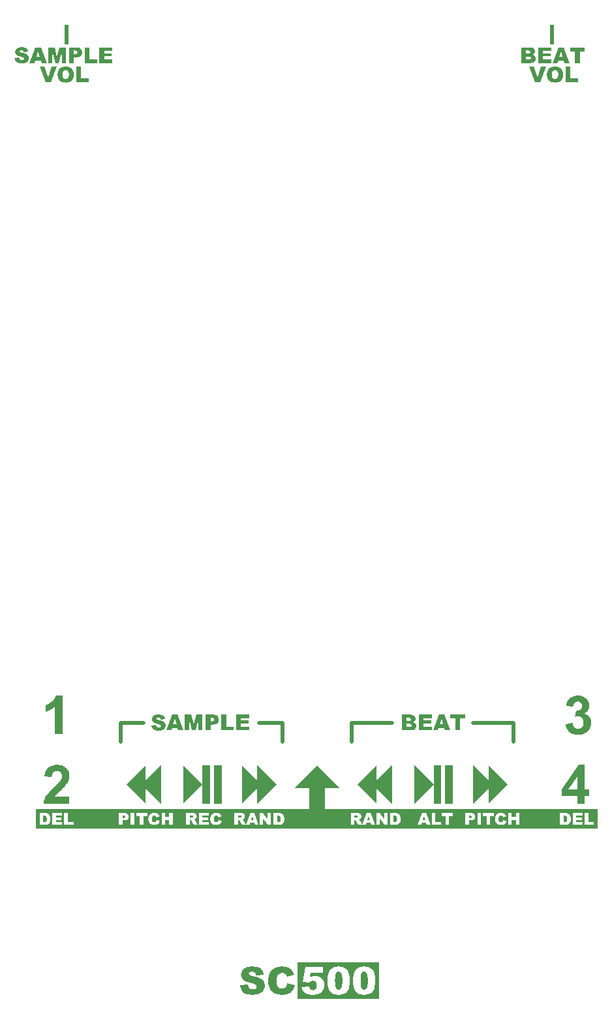
<source format=gto>
G04 Layer_Color=15132400*
%FSLAX25Y25*%
%MOIN*%
G70*
G01*
G75*
%ADD12C,0.01969*%
%ADD13R,0.02362X0.10236*%
G36*
X145507Y579366D02*
X145682Y579352D01*
X145872Y579323D01*
X146091Y579293D01*
X146309Y579250D01*
X146557Y579191D01*
X146805Y579118D01*
X147067Y579031D01*
X147315Y578929D01*
X147563Y578798D01*
X147811Y578652D01*
X148030Y578491D01*
X148249Y578302D01*
X148263Y578287D01*
X148292Y578258D01*
X148351Y578185D01*
X148423Y578112D01*
X148496Y577996D01*
X148598Y577865D01*
X148700Y577704D01*
X148802Y577529D01*
X148905Y577325D01*
X148992Y577106D01*
X149094Y576859D01*
X149167Y576596D01*
X149240Y576304D01*
X149298Y575998D01*
X149327Y575663D01*
X149342Y575313D01*
Y575299D01*
Y575255D01*
Y575182D01*
Y575080D01*
X149327Y574963D01*
X149313Y574817D01*
X149298Y574672D01*
X149284Y574497D01*
X149225Y574132D01*
X149138Y573753D01*
X149021Y573374D01*
X148861Y573009D01*
Y572995D01*
X148846Y572966D01*
X148817Y572922D01*
X148773Y572864D01*
X148671Y572703D01*
X148511Y572499D01*
X148321Y572280D01*
X148088Y572047D01*
X147826Y571828D01*
X147505Y571624D01*
X147490D01*
X147461Y571610D01*
X147417Y571581D01*
X147345Y571551D01*
X147257Y571508D01*
X147155Y571464D01*
X147038Y571420D01*
X146892Y571377D01*
X146732Y571333D01*
X146572Y571289D01*
X146193Y571202D01*
X145755Y571143D01*
X145274Y571129D01*
X145055D01*
X144939Y571143D01*
X144808Y571158D01*
X144662D01*
X144487Y571187D01*
X144137Y571231D01*
X143772Y571304D01*
X143393Y571406D01*
X143043Y571551D01*
X143029D01*
X143000Y571566D01*
X142956Y571595D01*
X142898Y571639D01*
X142737Y571741D01*
X142533Y571887D01*
X142300Y572062D01*
X142067Y572310D01*
X141819Y572587D01*
X141600Y572907D01*
Y572922D01*
X141571Y572951D01*
X141556Y573009D01*
X141513Y573082D01*
X141469Y573170D01*
X141425Y573272D01*
X141381Y573403D01*
X141338Y573549D01*
X141279Y573709D01*
X141235Y573884D01*
X141192Y574074D01*
X141148Y574293D01*
X141090Y574744D01*
X141060Y575240D01*
Y575269D01*
Y575328D01*
X141075Y575430D01*
Y575561D01*
X141090Y575721D01*
X141119Y575911D01*
X141148Y576130D01*
X141192Y576348D01*
X141250Y576596D01*
X141323Y576844D01*
X141410Y577092D01*
X141513Y577354D01*
X141644Y577602D01*
X141789Y577850D01*
X141950Y578069D01*
X142139Y578287D01*
X142154Y578302D01*
X142198Y578331D01*
X142256Y578390D01*
X142344Y578462D01*
X142460Y578535D01*
X142591Y578637D01*
X142752Y578739D01*
X142927Y578841D01*
X143131Y578943D01*
X143364Y579031D01*
X143612Y579133D01*
X143889Y579206D01*
X144181Y579279D01*
X144501Y579337D01*
X144837Y579366D01*
X145187Y579381D01*
X145376D01*
X145507Y579366D01*
D02*
G37*
G36*
X123046Y589209D02*
X123177D01*
X123323Y589194D01*
X123483Y589180D01*
X123658Y589150D01*
X124037Y589078D01*
X124431Y588976D01*
X124795Y588830D01*
X124970Y588742D01*
X125130Y588640D01*
X125145D01*
X125160Y588611D01*
X125262Y588538D01*
X125393Y588392D01*
X125553Y588203D01*
X125641Y588086D01*
X125714Y587955D01*
X125801Y587795D01*
X125874Y587634D01*
X125947Y587459D01*
X126005Y587270D01*
X126049Y587051D01*
X126093Y586832D01*
X123760Y586701D01*
Y586730D01*
X123745Y586789D01*
X123716Y586891D01*
X123672Y587007D01*
X123614Y587124D01*
X123556Y587255D01*
X123468Y587386D01*
X123366Y587488D01*
X123352Y587503D01*
X123308Y587532D01*
X123250Y587561D01*
X123162Y587620D01*
X123046Y587663D01*
X122900Y587692D01*
X122739Y587722D01*
X122550Y587736D01*
X122477D01*
X122404Y587722D01*
X122302Y587707D01*
X122083Y587663D01*
X121981Y587605D01*
X121894Y587547D01*
X121879Y587532D01*
X121865Y587518D01*
X121792Y587430D01*
X121719Y587284D01*
X121704Y587197D01*
X121690Y587109D01*
Y587095D01*
Y587080D01*
X121719Y586993D01*
X121763Y586876D01*
X121806Y586818D01*
X121865Y586759D01*
X121879D01*
X121908Y586730D01*
X121952Y586701D01*
X122040Y586657D01*
X122142Y586614D01*
X122287Y586570D01*
X122462Y586512D01*
X122681Y586468D01*
X122696D01*
X122754Y586453D01*
X122842Y586439D01*
X122943Y586410D01*
X123075Y586380D01*
X123235Y586337D01*
X123410Y586293D01*
X123585Y586249D01*
X123964Y586147D01*
X124358Y586016D01*
X124708Y585885D01*
X124868Y585826D01*
X125014Y585753D01*
X125029D01*
X125043Y585739D01*
X125130Y585695D01*
X125247Y585622D01*
X125408Y585520D01*
X125568Y585389D01*
X125743Y585243D01*
X125903Y585068D01*
X126034Y584879D01*
X126049Y584849D01*
X126078Y584791D01*
X126137Y584674D01*
X126195Y584529D01*
X126253Y584354D01*
X126312Y584164D01*
X126341Y583931D01*
X126355Y583698D01*
Y583683D01*
Y583668D01*
Y583625D01*
Y583566D01*
X126326Y583421D01*
X126297Y583231D01*
X126253Y583012D01*
X126166Y582764D01*
X126064Y582517D01*
X125918Y582269D01*
X125903Y582240D01*
X125845Y582167D01*
X125743Y582050D01*
X125612Y581904D01*
X125437Y581744D01*
X125233Y581583D01*
X124999Y581438D01*
X124722Y581292D01*
X124708D01*
X124693Y581277D01*
X124649Y581263D01*
X124591Y581248D01*
X124518Y581219D01*
X124416Y581190D01*
X124314Y581161D01*
X124197Y581132D01*
X123920Y581073D01*
X123585Y581015D01*
X123221Y580986D01*
X122798Y580971D01*
X122608D01*
X122462Y580986D01*
X122302Y581000D01*
X122113Y581015D01*
X121908Y581029D01*
X121675Y581073D01*
X121209Y581161D01*
X120742Y581292D01*
X120523Y581379D01*
X120319Y581496D01*
X120130Y581613D01*
X119969Y581744D01*
X119955Y581758D01*
X119940Y581788D01*
X119896Y581831D01*
X119853Y581890D01*
X119794Y581963D01*
X119721Y582050D01*
X119649Y582167D01*
X119576Y582283D01*
X119415Y582575D01*
X119269Y582925D01*
X119167Y583304D01*
X119124Y583523D01*
X119094Y583741D01*
X121442Y583902D01*
Y583873D01*
X121456Y583800D01*
X121471Y583698D01*
X121515Y583581D01*
X121602Y583289D01*
X121675Y583144D01*
X121748Y583027D01*
X121763Y583012D01*
X121821Y582954D01*
X121908Y582881D01*
X122025Y582794D01*
X122185Y582692D01*
X122375Y582619D01*
X122594Y582560D01*
X122842Y582546D01*
X122929D01*
X123016Y582560D01*
X123148Y582575D01*
X123279Y582604D01*
X123410Y582648D01*
X123541Y582706D01*
X123658Y582779D01*
X123672Y582794D01*
X123702Y582823D01*
X123745Y582881D01*
X123804Y582939D01*
X123862Y583027D01*
X123906Y583129D01*
X123935Y583246D01*
X123950Y583362D01*
Y583377D01*
Y583421D01*
X123935Y583479D01*
X123920Y583552D01*
X123877Y583639D01*
X123833Y583727D01*
X123760Y583829D01*
X123672Y583916D01*
X123658Y583931D01*
X123614Y583960D01*
X123527Y584004D01*
X123410Y584062D01*
X123235Y584135D01*
X123016Y584223D01*
X122885Y584266D01*
X122739Y584295D01*
X122579Y584339D01*
X122404Y584383D01*
X122389D01*
X122331Y584397D01*
X122244Y584427D01*
X122142Y584441D01*
X122010Y584485D01*
X121850Y584529D01*
X121690Y584572D01*
X121515Y584631D01*
X121121Y584776D01*
X120742Y584937D01*
X120392Y585126D01*
X120232Y585228D01*
X120086Y585345D01*
Y585360D01*
X120057Y585374D01*
X119984Y585447D01*
X119867Y585578D01*
X119750Y585768D01*
X119619Y585987D01*
X119503Y586249D01*
X119430Y586541D01*
X119415Y586701D01*
X119401Y586876D01*
Y586891D01*
Y586905D01*
Y586978D01*
X119415Y587109D01*
X119444Y587255D01*
X119488Y587430D01*
X119546Y587634D01*
X119634Y587838D01*
X119750Y588042D01*
X119765Y588072D01*
X119823Y588130D01*
X119911Y588232D01*
X120027Y588363D01*
X120173Y588494D01*
X120363Y588640D01*
X120582Y588771D01*
X120829Y588903D01*
X120844D01*
X120859Y588917D01*
X120902Y588932D01*
X120961Y588946D01*
X121034Y588976D01*
X121121Y589005D01*
X121223Y589034D01*
X121340Y589063D01*
X121471Y589092D01*
X121631Y589121D01*
X121967Y589180D01*
X122360Y589209D01*
X122798Y589223D01*
X122943D01*
X123046Y589209D01*
D02*
G37*
G36*
X137576Y571260D02*
X134908D01*
X131890Y579250D01*
X134470D01*
X136264Y573491D01*
X138042Y579250D01*
X140550D01*
X137576Y571260D01*
D02*
G37*
G36*
X153133Y573228D02*
X156997D01*
Y571260D01*
X150669D01*
Y579250D01*
X153133D01*
Y573228D01*
D02*
G37*
G36*
X157352Y583071D02*
X161216D01*
Y581102D01*
X154888D01*
Y589092D01*
X157352D01*
Y583071D01*
D02*
G37*
G36*
X151127Y589078D02*
X151243D01*
X151374Y589063D01*
X151666Y589019D01*
X151987Y588932D01*
X152322Y588815D01*
X152643Y588669D01*
X152789Y588567D01*
X152920Y588451D01*
X152935D01*
X152949Y588421D01*
X152978Y588378D01*
X153022Y588334D01*
X153139Y588188D01*
X153255Y587984D01*
X153372Y587722D01*
X153489Y587416D01*
X153561Y587051D01*
X153591Y586861D01*
Y586643D01*
Y586628D01*
Y586584D01*
Y586526D01*
X153576Y586439D01*
Y586337D01*
X153547Y586220D01*
X153503Y585957D01*
X153416Y585651D01*
X153285Y585331D01*
X153197Y585170D01*
X153110Y585024D01*
X152993Y584879D01*
X152862Y584747D01*
X152847D01*
X152832Y584718D01*
X152789Y584689D01*
X152731Y584645D01*
X152643Y584587D01*
X152556Y584529D01*
X152439Y584470D01*
X152308Y584412D01*
X152162Y584354D01*
X152002Y584295D01*
X151812Y584237D01*
X151608Y584179D01*
X151389Y584135D01*
X151156Y584106D01*
X150908Y584091D01*
X150631Y584077D01*
X149290D01*
Y581102D01*
X146811D01*
Y589092D01*
X151039D01*
X151127Y589078D01*
D02*
G37*
G36*
X145251Y581102D02*
X143224D01*
Y587197D01*
X141664Y581102D01*
X139827D01*
X138282Y587197D01*
Y581102D01*
X136255D01*
Y589092D01*
X139506D01*
X140746Y584223D01*
X142000Y589092D01*
X145251D01*
Y581102D01*
D02*
G37*
G36*
X168958Y587386D02*
X164817D01*
Y586118D01*
X168652D01*
Y584485D01*
X164817D01*
Y582910D01*
X169075D01*
Y581102D01*
X162339D01*
Y589092D01*
X168958D01*
Y587386D01*
D02*
G37*
G36*
X395507Y579366D02*
X395682Y579352D01*
X395872Y579323D01*
X396091Y579293D01*
X396309Y579250D01*
X396557Y579191D01*
X396805Y579118D01*
X397067Y579031D01*
X397315Y578929D01*
X397563Y578798D01*
X397811Y578652D01*
X398030Y578491D01*
X398249Y578302D01*
X398263Y578287D01*
X398292Y578258D01*
X398351Y578185D01*
X398423Y578112D01*
X398496Y577996D01*
X398598Y577865D01*
X398700Y577704D01*
X398802Y577529D01*
X398905Y577325D01*
X398992Y577106D01*
X399094Y576859D01*
X399167Y576596D01*
X399240Y576304D01*
X399298Y575998D01*
X399327Y575663D01*
X399342Y575313D01*
Y575299D01*
Y575255D01*
Y575182D01*
Y575080D01*
X399327Y574963D01*
X399313Y574817D01*
X399298Y574672D01*
X399284Y574497D01*
X399225Y574132D01*
X399138Y573753D01*
X399021Y573374D01*
X398861Y573009D01*
Y572995D01*
X398846Y572966D01*
X398817Y572922D01*
X398773Y572864D01*
X398671Y572703D01*
X398511Y572499D01*
X398321Y572280D01*
X398088Y572047D01*
X397826Y571829D01*
X397505Y571624D01*
X397490D01*
X397461Y571610D01*
X397417Y571581D01*
X397344Y571551D01*
X397257Y571508D01*
X397155Y571464D01*
X397038Y571420D01*
X396892Y571377D01*
X396732Y571333D01*
X396572Y571289D01*
X396193Y571202D01*
X395755Y571143D01*
X395274Y571129D01*
X395055D01*
X394939Y571143D01*
X394808Y571158D01*
X394662D01*
X394487Y571187D01*
X394137Y571231D01*
X393772Y571304D01*
X393393Y571406D01*
X393043Y571551D01*
X393029D01*
X393000Y571566D01*
X392956Y571595D01*
X392898Y571639D01*
X392737Y571741D01*
X392533Y571887D01*
X392300Y572062D01*
X392067Y572310D01*
X391819Y572587D01*
X391600Y572907D01*
Y572922D01*
X391571Y572951D01*
X391556Y573009D01*
X391512Y573082D01*
X391469Y573170D01*
X391425Y573272D01*
X391381Y573403D01*
X391337Y573549D01*
X391279Y573709D01*
X391235Y573884D01*
X391192Y574074D01*
X391148Y574293D01*
X391090Y574745D01*
X391060Y575240D01*
Y575269D01*
Y575328D01*
X391075Y575430D01*
Y575561D01*
X391090Y575721D01*
X391119Y575911D01*
X391148Y576130D01*
X391192Y576348D01*
X391250Y576596D01*
X391323Y576844D01*
X391410Y577092D01*
X391512Y577354D01*
X391644Y577602D01*
X391790Y577850D01*
X391950Y578069D01*
X392139Y578287D01*
X392154Y578302D01*
X392198Y578331D01*
X392256Y578390D01*
X392344Y578462D01*
X392460Y578535D01*
X392591Y578637D01*
X392752Y578739D01*
X392927Y578841D01*
X393131Y578943D01*
X393364Y579031D01*
X393612Y579133D01*
X393889Y579206D01*
X394181Y579279D01*
X394501Y579337D01*
X394837Y579366D01*
X395187Y579381D01*
X395376D01*
X395507Y579366D01*
D02*
G37*
G36*
X410335Y587124D02*
X407812D01*
Y581102D01*
X405348D01*
Y587124D01*
X402826D01*
Y589092D01*
X410335D01*
Y587124D01*
D02*
G37*
G36*
X402607Y581102D02*
X400012D01*
X399619Y582415D01*
X396819D01*
X396426Y581102D01*
X393903D01*
X396892Y589092D01*
X399604D01*
X402607Y581102D01*
D02*
G37*
G36*
X285105Y210630D02*
X277559D01*
Y200017D01*
X417042D01*
Y189831D01*
X129890D01*
Y200017D01*
X269685D01*
Y210630D01*
X262139D01*
X273622Y222441D01*
X285105Y210630D01*
D02*
G37*
G36*
X410335Y210006D02*
X412780D01*
Y206708D01*
X410335D01*
Y202756D01*
X406696D01*
Y206708D01*
X398622D01*
Y209977D01*
X407151Y222515D01*
X410335D01*
Y210006D01*
D02*
G37*
G36*
X387576Y571260D02*
X384908D01*
X381890Y579250D01*
X384470D01*
X386264Y573491D01*
X388042Y579250D01*
X390550D01*
X387576Y571260D01*
D02*
G37*
G36*
X403133Y573228D02*
X406996D01*
Y571260D01*
X400669D01*
Y579250D01*
X403133D01*
Y573228D01*
D02*
G37*
G36*
X393262Y587386D02*
X389121D01*
Y586118D01*
X392955D01*
Y584485D01*
X389121D01*
Y582910D01*
X393378D01*
Y581102D01*
X386642D01*
Y589092D01*
X393262D01*
Y587386D01*
D02*
G37*
G36*
X382764Y589078D02*
X382866D01*
X382968Y589063D01*
X383231Y589019D01*
X383522Y588946D01*
X383814Y588844D01*
X384091Y588698D01*
X384353Y588509D01*
X384368D01*
X384383Y588480D01*
X384455Y588407D01*
X384557Y588290D01*
X384674Y588115D01*
X384776Y587911D01*
X384878Y587678D01*
X384951Y587401D01*
X384980Y587255D01*
Y587095D01*
Y587080D01*
Y587066D01*
Y586978D01*
X384951Y586847D01*
X384922Y586687D01*
X384864Y586497D01*
X384791Y586293D01*
X384674Y586089D01*
X384528Y585885D01*
X384514Y585870D01*
X384470Y585826D01*
X384412Y585768D01*
X384310Y585695D01*
X384193Y585608D01*
X384047Y585520D01*
X383872Y585433D01*
X383668Y585345D01*
X383683D01*
X383712Y585331D01*
X383755D01*
X383814Y585301D01*
X383960Y585258D01*
X384149Y585185D01*
X384353Y585083D01*
X384572Y584951D01*
X384762Y584806D01*
X384936Y584631D01*
X384951Y584602D01*
X384995Y584543D01*
X385068Y584427D01*
X385141Y584281D01*
X385213Y584106D01*
X385286Y583887D01*
X385330Y583639D01*
X385345Y583362D01*
Y583333D01*
Y583260D01*
X385330Y583144D01*
X385316Y582998D01*
X385272Y582823D01*
X385228Y582633D01*
X385155Y582444D01*
X385053Y582254D01*
X385039Y582240D01*
X384995Y582167D01*
X384936Y582079D01*
X384849Y581977D01*
X384732Y581846D01*
X384587Y581715D01*
X384426Y581583D01*
X384251Y581467D01*
X384237D01*
X384193Y581438D01*
X384120Y581409D01*
X384018Y581365D01*
X383887Y581321D01*
X383726Y581277D01*
X383537Y581248D01*
X383318Y581204D01*
X383289D01*
X383245Y581190D01*
X383187D01*
X383041Y581175D01*
X382866Y581161D01*
X382677Y581132D01*
X382502Y581117D01*
X382341Y581102D01*
X377953D01*
Y589092D01*
X382691D01*
X382764Y589078D01*
D02*
G37*
G36*
X221009Y248133D02*
X221125D01*
X221256Y248118D01*
X221548Y248074D01*
X221869Y247987D01*
X222204Y247870D01*
X222525Y247725D01*
X222671Y247622D01*
X222802Y247506D01*
X222816D01*
X222831Y247477D01*
X222860Y247433D01*
X222904Y247389D01*
X223021Y247243D01*
X223137Y247039D01*
X223254Y246777D01*
X223371Y246471D01*
X223443Y246106D01*
X223473Y245917D01*
Y245698D01*
Y245683D01*
Y245640D01*
Y245581D01*
X223458Y245494D01*
Y245392D01*
X223429Y245275D01*
X223385Y245013D01*
X223298Y244706D01*
X223166Y244386D01*
X223079Y244225D01*
X222991Y244079D01*
X222875Y243934D01*
X222744Y243802D01*
X222729D01*
X222714Y243773D01*
X222671Y243744D01*
X222612Y243700D01*
X222525Y243642D01*
X222437Y243584D01*
X222321Y243526D01*
X222190Y243467D01*
X222044Y243409D01*
X221883Y243351D01*
X221694Y243292D01*
X221490Y243234D01*
X221271Y243190D01*
X221038Y243161D01*
X220790Y243146D01*
X220513Y243132D01*
X219172D01*
Y240158D01*
X216693D01*
Y248147D01*
X220921D01*
X221009Y248133D01*
D02*
G37*
G36*
X205379Y240158D02*
X202784D01*
X202390Y241470D01*
X199591D01*
X199197Y240158D01*
X196675D01*
X199663Y248147D01*
X202375D01*
X205379Y240158D01*
D02*
G37*
G36*
X238840Y246442D02*
X234699D01*
Y245173D01*
X238534D01*
Y243540D01*
X234699D01*
Y241965D01*
X238957D01*
Y240158D01*
X232221D01*
Y248147D01*
X238840D01*
Y246442D01*
D02*
G37*
G36*
X227234Y242126D02*
X231098D01*
Y240158D01*
X224770D01*
Y248147D01*
X227234D01*
Y242126D01*
D02*
G37*
G36*
X332238Y246442D02*
X328097D01*
Y245173D01*
X331932D01*
Y243540D01*
X328097D01*
Y241965D01*
X332355D01*
Y240158D01*
X325619D01*
Y248147D01*
X332238D01*
Y246442D01*
D02*
G37*
G36*
X321741Y248133D02*
X321843D01*
X321945Y248118D01*
X322207Y248074D01*
X322499Y248002D01*
X322790Y247900D01*
X323067Y247754D01*
X323330Y247564D01*
X323344D01*
X323359Y247535D01*
X323432Y247462D01*
X323534Y247345D01*
X323651Y247170D01*
X323752Y246966D01*
X323855Y246733D01*
X323927Y246456D01*
X323957Y246310D01*
Y246150D01*
Y246135D01*
Y246121D01*
Y246033D01*
X323927Y245902D01*
X323898Y245742D01*
X323840Y245552D01*
X323767Y245348D01*
X323651Y245144D01*
X323505Y244940D01*
X323490Y244925D01*
X323446Y244881D01*
X323388Y244823D01*
X323286Y244750D01*
X323169Y244663D01*
X323024Y244575D01*
X322849Y244488D01*
X322644Y244400D01*
X322659D01*
X322688Y244386D01*
X322732D01*
X322790Y244356D01*
X322936Y244313D01*
X323126Y244240D01*
X323330Y244138D01*
X323548Y244007D01*
X323738Y243861D01*
X323913Y243686D01*
X323927Y243657D01*
X323971Y243598D01*
X324044Y243482D01*
X324117Y243336D01*
X324190Y243161D01*
X324263Y242942D01*
X324307Y242694D01*
X324321Y242417D01*
Y242388D01*
Y242315D01*
X324307Y242199D01*
X324292Y242053D01*
X324248Y241878D01*
X324204Y241688D01*
X324132Y241499D01*
X324029Y241309D01*
X324015Y241295D01*
X323971Y241222D01*
X323913Y241134D01*
X323825Y241032D01*
X323709Y240901D01*
X323563Y240770D01*
X323403Y240639D01*
X323228Y240522D01*
X323213D01*
X323169Y240493D01*
X323096Y240464D01*
X322994Y240420D01*
X322863Y240376D01*
X322703Y240333D01*
X322513Y240303D01*
X322294Y240260D01*
X322265D01*
X322222Y240245D01*
X322163D01*
X322018Y240230D01*
X321843Y240216D01*
X321653Y240187D01*
X321478Y240172D01*
X321318Y240158D01*
X316929D01*
Y248147D01*
X321668D01*
X321741Y248133D01*
D02*
G37*
G36*
X349311Y246179D02*
X346789D01*
Y240158D01*
X344325D01*
Y246179D01*
X341803D01*
Y248147D01*
X349311D01*
Y246179D01*
D02*
G37*
G36*
X341584Y240158D02*
X338989D01*
X338595Y241470D01*
X335796D01*
X335402Y240158D01*
X332880D01*
X335869Y248147D01*
X338580D01*
X341584Y240158D01*
D02*
G37*
G36*
X215133D02*
X213106D01*
Y246252D01*
X211546Y240158D01*
X209709D01*
X208164Y246252D01*
Y240158D01*
X206137D01*
Y248147D01*
X209388D01*
X210628Y243278D01*
X211881Y248147D01*
X215133D01*
Y240158D01*
D02*
G37*
G36*
X141307Y222515D02*
X141563Y222486D01*
X141847Y222458D01*
X142160Y222401D01*
X142501Y222344D01*
X143240Y222145D01*
X143979Y221861D01*
X144377Y221690D01*
X144719Y221491D01*
X145088Y221235D01*
X145401Y220951D01*
X145429Y220923D01*
X145486Y220894D01*
X145543Y220780D01*
X145657Y220667D01*
X145799Y220525D01*
X145941Y220326D01*
X146083Y220127D01*
X146254Y219871D01*
X146538Y219302D01*
X146822Y218648D01*
X146936Y218279D01*
X146993Y217881D01*
X147050Y217454D01*
X147078Y217028D01*
Y216971D01*
Y216800D01*
X147050Y216545D01*
X147021Y216232D01*
X146964Y215834D01*
X146879Y215407D01*
X146765Y214952D01*
X146595Y214497D01*
X146566Y214441D01*
X146510Y214299D01*
X146396Y214043D01*
X146225Y213730D01*
X146026Y213360D01*
X145770Y212934D01*
X145458Y212479D01*
X145088Y211996D01*
X145060Y211967D01*
X144946Y211825D01*
X144775Y211626D01*
X144519Y211342D01*
X144178Y211001D01*
X143752Y210546D01*
X143240Y210062D01*
X142615Y209465D01*
X142586Y209437D01*
X142529Y209408D01*
X142444Y209323D01*
X142330Y209209D01*
X142018Y208925D01*
X141648Y208584D01*
X141278Y208214D01*
X140909Y207845D01*
X140568Y207532D01*
X140454Y207390D01*
X140340Y207276D01*
X140312Y207248D01*
X140255Y207191D01*
X140170Y207077D01*
X140056Y206935D01*
X139800Y206622D01*
X139573Y206253D01*
X147078D01*
Y202756D01*
X133858D01*
Y202784D01*
Y202841D01*
X133887Y202955D01*
X133915Y203097D01*
X133943Y203268D01*
X133972Y203467D01*
X134086Y203978D01*
X134256Y204547D01*
X134484Y205172D01*
X134768Y205855D01*
X135138Y206509D01*
Y206537D01*
X135194Y206594D01*
X135251Y206708D01*
X135365Y206821D01*
X135479Y207020D01*
X135649Y207219D01*
X135848Y207475D01*
X136076Y207760D01*
X136332Y208101D01*
X136644Y208442D01*
X136986Y208840D01*
X137383Y209266D01*
X137810Y209693D01*
X138293Y210176D01*
X138805Y210688D01*
X139374Y211228D01*
X139402Y211257D01*
X139487Y211342D01*
X139601Y211455D01*
X139772Y211626D01*
X139999Y211797D01*
X140226Y212024D01*
X140738Y212536D01*
X141250Y213076D01*
X141762Y213616D01*
X141989Y213844D01*
X142217Y214100D01*
X142387Y214299D01*
X142501Y214469D01*
X142529Y214526D01*
X142615Y214668D01*
X142757Y214896D01*
X142899Y215208D01*
X143041Y215549D01*
X143183Y215947D01*
X143269Y216345D01*
X143297Y216772D01*
Y216800D01*
Y216829D01*
Y216971D01*
X143269Y217227D01*
X143212Y217511D01*
X143126Y217824D01*
X143013Y218137D01*
X142842Y218449D01*
X142615Y218734D01*
X142586Y218762D01*
X142501Y218847D01*
X142330Y218961D01*
X142131Y219075D01*
X141847Y219188D01*
X141534Y219302D01*
X141165Y219387D01*
X140738Y219416D01*
X140539D01*
X140312Y219387D01*
X140056Y219331D01*
X139743Y219245D01*
X139430Y219103D01*
X139118Y218933D01*
X138833Y218705D01*
X138805Y218677D01*
X138720Y218563D01*
X138606Y218392D01*
X138492Y218137D01*
X138350Y217824D01*
X138236Y217397D01*
X138123Y216914D01*
X138066Y216345D01*
X134313Y216715D01*
Y216743D01*
X134342Y216857D01*
Y216999D01*
X134398Y217227D01*
X134427Y217483D01*
X134512Y217767D01*
X134597Y218080D01*
X134683Y218449D01*
X134967Y219160D01*
X135308Y219899D01*
X135536Y220269D01*
X135791Y220610D01*
X136076Y220894D01*
X136389Y221179D01*
X136417Y221207D01*
X136474Y221235D01*
X136559Y221292D01*
X136701Y221406D01*
X136872Y221491D01*
X137099Y221605D01*
X137327Y221747D01*
X137611Y221861D01*
X137924Y222003D01*
X138265Y222117D01*
X139004Y222344D01*
X139885Y222486D01*
X140340Y222515D01*
X140824Y222543D01*
X141108D01*
X141307Y222515D01*
D02*
G37*
G36*
X143485Y238189D02*
X139704D01*
Y252432D01*
X139676Y252404D01*
X139619Y252347D01*
X139505Y252262D01*
X139334Y252120D01*
X139135Y251949D01*
X138908Y251779D01*
X138624Y251579D01*
X138311Y251352D01*
X137970Y251125D01*
X137600Y250897D01*
X137202Y250641D01*
X136776Y250414D01*
X135866Y249987D01*
X134843Y249589D01*
Y253001D01*
X134871D01*
X134899Y253029D01*
X134985Y253058D01*
X135098Y253086D01*
X135383Y253228D01*
X135781Y253399D01*
X136264Y253626D01*
X136804Y253939D01*
X137401Y254337D01*
X138027Y254792D01*
X138055Y254820D01*
X138112Y254849D01*
X138197Y254934D01*
X138311Y255048D01*
X138624Y255332D01*
X138965Y255702D01*
X139363Y256157D01*
X139761Y256725D01*
X140130Y257322D01*
X140415Y257976D01*
X143485D01*
Y238189D01*
D02*
G37*
G36*
X135497Y581102D02*
X132902D01*
X132508Y582414D01*
X129709D01*
X129315Y581102D01*
X126793D01*
X129782Y589092D01*
X132493D01*
X135497Y581102D01*
D02*
G37*
G36*
X407385Y257948D02*
X407641Y257919D01*
X407897Y257891D01*
X408210Y257834D01*
X408523Y257749D01*
X409233Y257550D01*
X409603Y257408D01*
X410001Y257209D01*
X410370Y257010D01*
X410712Y256782D01*
X411081Y256498D01*
X411394Y256185D01*
X411422Y256157D01*
X411451Y256128D01*
X411536Y256043D01*
X411621Y255929D01*
X411849Y255645D01*
X412105Y255247D01*
X412360Y254764D01*
X412560Y254195D01*
X412730Y253570D01*
X412758Y253257D01*
X412787Y252916D01*
Y252887D01*
Y252802D01*
X412758Y252660D01*
X412730Y252489D01*
X412702Y252262D01*
X412645Y252006D01*
X412560Y251722D01*
X412446Y251409D01*
X412275Y251096D01*
X412105Y250755D01*
X411877Y250414D01*
X411593Y250073D01*
X411252Y249732D01*
X410882Y249390D01*
X410456Y249078D01*
X409944Y248765D01*
X409972D01*
X410029Y248737D01*
X410114D01*
X410228Y248680D01*
X410541Y248594D01*
X410911Y248424D01*
X411337Y248196D01*
X411792Y247912D01*
X412247Y247543D01*
X412645Y247116D01*
X412702Y247059D01*
X412815Y246889D01*
X412957Y246633D01*
X413157Y246263D01*
X413356Y245837D01*
X413498Y245297D01*
X413611Y244728D01*
X413668Y244074D01*
Y244046D01*
Y243960D01*
Y243818D01*
X413640Y243648D01*
X413611Y243420D01*
X413555Y243164D01*
X413498Y242851D01*
X413441Y242539D01*
X413213Y241857D01*
X413043Y241487D01*
X412872Y241089D01*
X412645Y240719D01*
X412389Y240350D01*
X412105Y239980D01*
X411763Y239639D01*
X411735Y239611D01*
X411678Y239554D01*
X411564Y239468D01*
X411422Y239355D01*
X411223Y239212D01*
X411024Y239070D01*
X410740Y238900D01*
X410456Y238729D01*
X410143Y238559D01*
X409773Y238388D01*
X409375Y238246D01*
X408977Y238104D01*
X408523Y237990D01*
X408068Y237905D01*
X407556Y237848D01*
X407044Y237819D01*
X406788D01*
X406589Y237848D01*
X406362Y237876D01*
X406106Y237905D01*
X405822Y237962D01*
X405480Y238018D01*
X404798Y238189D01*
X404059Y238473D01*
X403661Y238644D01*
X403320Y238843D01*
X402950Y239099D01*
X402609Y239355D01*
X402581Y239383D01*
X402524Y239440D01*
X402438Y239525D01*
X402325Y239639D01*
X402183Y239781D01*
X402040Y239980D01*
X401870Y240179D01*
X401699Y240435D01*
X401529Y240719D01*
X401330Y241004D01*
X401017Y241686D01*
X400761Y242482D01*
X400647Y242908D01*
X400591Y243363D01*
X404229Y243818D01*
Y243790D01*
Y243761D01*
X404258Y243591D01*
X404315Y243335D01*
X404400Y243022D01*
X404542Y242681D01*
X404684Y242311D01*
X404912Y241970D01*
X405168Y241657D01*
X405196Y241629D01*
X405310Y241544D01*
X405480Y241430D01*
X405680Y241316D01*
X405964Y241174D01*
X406277Y241060D01*
X406618Y240975D01*
X407016Y240947D01*
X407072D01*
X407215Y240975D01*
X407414Y241004D01*
X407698Y241060D01*
X408011Y241174D01*
X408323Y241316D01*
X408665Y241544D01*
X408977Y241828D01*
X409006Y241857D01*
X409120Y241999D01*
X409233Y242198D01*
X409404Y242454D01*
X409546Y242795D01*
X409688Y243221D01*
X409773Y243704D01*
X409802Y244245D01*
Y244273D01*
Y244301D01*
Y244472D01*
X409773Y244728D01*
X409717Y245069D01*
X409603Y245439D01*
X409461Y245808D01*
X409262Y246178D01*
X409006Y246519D01*
X408977Y246547D01*
X408864Y246661D01*
X408693Y246803D01*
X408494Y246945D01*
X408210Y247116D01*
X407897Y247230D01*
X407556Y247343D01*
X407158Y247372D01*
X406874D01*
X406674Y247343D01*
X406419Y247315D01*
X406106Y247258D01*
X405793Y247173D01*
X405424Y247088D01*
X405822Y250130D01*
X406077D01*
X406362Y250158D01*
X406703Y250186D01*
X407072Y250272D01*
X407471Y250385D01*
X407840Y250556D01*
X408181Y250783D01*
X408210Y250812D01*
X408323Y250926D01*
X408437Y251068D01*
X408608Y251295D01*
X408750Y251551D01*
X408892Y251864D01*
X408977Y252233D01*
X409006Y252660D01*
Y252717D01*
Y252830D01*
X408977Y253001D01*
X408920Y253228D01*
X408864Y253484D01*
X408750Y253740D01*
X408608Y254025D01*
X408409Y254252D01*
X408380Y254280D01*
X408295Y254337D01*
X408181Y254451D01*
X407982Y254565D01*
X407755Y254650D01*
X407499Y254764D01*
X407158Y254820D01*
X406817Y254849D01*
X406646D01*
X406475Y254820D01*
X406248Y254764D01*
X405992Y254678D01*
X405708Y254565D01*
X405424Y254394D01*
X405168Y254167D01*
X405139Y254138D01*
X405054Y254053D01*
X404940Y253882D01*
X404798Y253655D01*
X404656Y253399D01*
X404542Y253058D01*
X404428Y252660D01*
X404343Y252205D01*
X400875Y252774D01*
Y252802D01*
X400903Y252859D01*
Y252944D01*
X400932Y253086D01*
X401017Y253399D01*
X401131Y253825D01*
X401301Y254280D01*
X401472Y254764D01*
X401699Y255219D01*
X401955Y255645D01*
X401984Y255702D01*
X402097Y255816D01*
X402268Y256015D01*
X402495Y256271D01*
X402780Y256526D01*
X403121Y256811D01*
X403547Y257095D01*
X404002Y257351D01*
X404031D01*
X404059Y257379D01*
X404229Y257436D01*
X404514Y257550D01*
X404855Y257663D01*
X405281Y257777D01*
X405793Y257891D01*
X406333Y257948D01*
X406930Y257976D01*
X407186D01*
X407385Y257948D01*
D02*
G37*
G36*
X256114Y119499D02*
X256344D01*
X256599Y119473D01*
X256879Y119448D01*
X257185Y119396D01*
X257874Y119269D01*
X258563Y119065D01*
X259226Y118810D01*
X259532Y118631D01*
X259839Y118453D01*
X259864D01*
X259915Y118402D01*
X259992Y118351D01*
X260094Y118248D01*
X260221Y118147D01*
X260374Y117993D01*
X260527Y117840D01*
X260706Y117636D01*
X260884Y117432D01*
X261063Y117177D01*
X261267Y116922D01*
X261446Y116616D01*
X261624Y116284D01*
X261803Y115953D01*
X261956Y115570D01*
X262109Y115162D01*
X258282Y114320D01*
Y114346D01*
X258257Y114422D01*
X258206Y114550D01*
X258155Y114677D01*
X258002Y114983D01*
X257925Y115111D01*
X257849Y115238D01*
X257823Y115264D01*
X257798Y115315D01*
X257696Y115417D01*
X257594Y115519D01*
X257313Y115774D01*
X256956Y116004D01*
X256930Y116029D01*
X256879Y116055D01*
X256752Y116106D01*
X256624Y116157D01*
X256446Y116208D01*
X256242Y116233D01*
X256012Y116284D01*
X255629D01*
X255553Y116259D01*
X255272Y116233D01*
X254941Y116131D01*
X254583Y116004D01*
X254201Y115774D01*
X253844Y115494D01*
X253691Y115289D01*
X253538Y115085D01*
X253512Y115034D01*
X253435Y114932D01*
X253359Y114703D01*
X253257Y114422D01*
X253129Y114039D01*
X253053Y113580D01*
X252976Y113019D01*
X252951Y112356D01*
Y112330D01*
Y112254D01*
Y112126D01*
Y111973D01*
X252976Y111794D01*
Y111565D01*
X253027Y111080D01*
X253129Y110570D01*
X253231Y110034D01*
X253410Y109550D01*
X253512Y109345D01*
X253640Y109167D01*
X253665Y109142D01*
X253767Y109039D01*
X253946Y108912D01*
X254150Y108759D01*
X254430Y108580D01*
X254787Y108453D01*
X255170Y108351D01*
X255629Y108325D01*
X255833D01*
X256063Y108351D01*
X256344Y108402D01*
X256650Y108504D01*
X256956Y108606D01*
X257262Y108784D01*
X257517Y109014D01*
X257543Y109039D01*
X257619Y109142D01*
X257747Y109294D01*
X257874Y109524D01*
X258027Y109805D01*
X258180Y110162D01*
X258333Y110570D01*
X258461Y111055D01*
X262236Y109881D01*
Y109856D01*
X262211Y109805D01*
X262185Y109728D01*
X262160Y109626D01*
X262083Y109320D01*
X261930Y108963D01*
X261777Y108529D01*
X261548Y108096D01*
X261318Y107662D01*
X261012Y107228D01*
X260986Y107177D01*
X260859Y107050D01*
X260680Y106871D01*
X260451Y106616D01*
X260145Y106361D01*
X259813Y106106D01*
X259405Y105851D01*
X258971Y105621D01*
X258946D01*
X258920Y105596D01*
X258844Y105570D01*
X258767Y105545D01*
X258487Y105443D01*
X258129Y105366D01*
X257696Y105264D01*
X257160Y105162D01*
X256548Y105111D01*
X255884Y105085D01*
X255502D01*
X255298Y105111D01*
X255094D01*
X254838Y105136D01*
X254558Y105162D01*
X253971Y105238D01*
X253333Y105366D01*
X252721Y105519D01*
X252134Y105723D01*
X252109D01*
X252083Y105749D01*
X252007Y105800D01*
X251905Y105851D01*
X251624Y106029D01*
X251293Y106259D01*
X250910Y106590D01*
X250476Y106973D01*
X250068Y107458D01*
X249660Y108045D01*
Y108070D01*
X249609Y108121D01*
X249558Y108223D01*
X249507Y108351D01*
X249430Y108504D01*
X249328Y108708D01*
X249226Y108937D01*
X249150Y109218D01*
X249048Y109499D01*
X248946Y109830D01*
X248869Y110187D01*
X248767Y110570D01*
X248716Y110978D01*
X248665Y111412D01*
X248614Y112330D01*
Y112381D01*
Y112483D01*
X248640Y112662D01*
Y112891D01*
X248665Y113198D01*
X248716Y113529D01*
X248767Y113886D01*
X248844Y114295D01*
X248946Y114728D01*
X249073Y115162D01*
X249201Y115595D01*
X249379Y116055D01*
X249609Y116488D01*
X249839Y116896D01*
X250119Y117305D01*
X250451Y117662D01*
X250476Y117687D01*
X250527Y117738D01*
X250655Y117840D01*
X250782Y117942D01*
X250987Y118096D01*
X251216Y118248D01*
X251471Y118427D01*
X251803Y118606D01*
X252134Y118759D01*
X252543Y118937D01*
X252976Y119090D01*
X253435Y119243D01*
X253946Y119345D01*
X254481Y119448D01*
X255068Y119499D01*
X255680Y119524D01*
X255936D01*
X256114Y119499D01*
D02*
G37*
G36*
X192928Y248264D02*
X193059D01*
X193204Y248249D01*
X193365Y248235D01*
X193540Y248206D01*
X193919Y248133D01*
X194313Y248031D01*
X194677Y247885D01*
X194852Y247797D01*
X195012Y247695D01*
X195027D01*
X195042Y247666D01*
X195144Y247593D01*
X195275Y247447D01*
X195435Y247258D01*
X195523Y247141D01*
X195596Y247010D01*
X195683Y246850D01*
X195756Y246689D01*
X195829Y246514D01*
X195887Y246325D01*
X195931Y246106D01*
X195975Y245887D01*
X193642Y245756D01*
Y245785D01*
X193627Y245844D01*
X193598Y245946D01*
X193554Y246062D01*
X193496Y246179D01*
X193438Y246310D01*
X193350Y246442D01*
X193248Y246544D01*
X193234Y246558D01*
X193190Y246587D01*
X193132Y246616D01*
X193044Y246675D01*
X192928Y246719D01*
X192782Y246748D01*
X192621Y246777D01*
X192432Y246791D01*
X192359D01*
X192286Y246777D01*
X192184Y246762D01*
X191965Y246719D01*
X191863Y246660D01*
X191776Y246602D01*
X191761Y246587D01*
X191746Y246573D01*
X191674Y246485D01*
X191601Y246339D01*
X191586Y246252D01*
X191572Y246164D01*
Y246150D01*
Y246135D01*
X191601Y246048D01*
X191645Y245931D01*
X191688Y245873D01*
X191746Y245814D01*
X191761D01*
X191790Y245785D01*
X191834Y245756D01*
X191921Y245712D01*
X192024Y245669D01*
X192169Y245625D01*
X192344Y245567D01*
X192563Y245523D01*
X192578D01*
X192636Y245508D01*
X192723Y245494D01*
X192825Y245465D01*
X192957Y245435D01*
X193117Y245392D01*
X193292Y245348D01*
X193467Y245304D01*
X193846Y245202D01*
X194240Y245071D01*
X194590Y244940D01*
X194750Y244881D01*
X194896Y244809D01*
X194910D01*
X194925Y244794D01*
X195012Y244750D01*
X195129Y244677D01*
X195290Y244575D01*
X195450Y244444D01*
X195625Y244298D01*
X195785Y244123D01*
X195916Y243934D01*
X195931Y243905D01*
X195960Y243846D01*
X196019Y243730D01*
X196077Y243584D01*
X196135Y243409D01*
X196193Y243219D01*
X196223Y242986D01*
X196237Y242753D01*
Y242738D01*
Y242724D01*
Y242680D01*
Y242621D01*
X196208Y242476D01*
X196179Y242286D01*
X196135Y242068D01*
X196048Y241820D01*
X195946Y241572D01*
X195800Y241324D01*
X195785Y241295D01*
X195727Y241222D01*
X195625Y241105D01*
X195494Y240959D01*
X195319Y240799D01*
X195115Y240639D01*
X194881Y240493D01*
X194604Y240347D01*
X194590D01*
X194575Y240333D01*
X194531Y240318D01*
X194473Y240303D01*
X194400Y240274D01*
X194298Y240245D01*
X194196Y240216D01*
X194079Y240187D01*
X193802Y240128D01*
X193467Y240070D01*
X193103Y240041D01*
X192680Y240026D01*
X192490D01*
X192344Y240041D01*
X192184Y240055D01*
X191994Y240070D01*
X191790Y240085D01*
X191557Y240128D01*
X191090Y240216D01*
X190624Y240347D01*
X190405Y240435D01*
X190201Y240551D01*
X190012Y240668D01*
X189851Y240799D01*
X189837Y240814D01*
X189822Y240843D01*
X189778Y240886D01*
X189734Y240945D01*
X189676Y241018D01*
X189603Y241105D01*
X189530Y241222D01*
X189457Y241338D01*
X189297Y241630D01*
X189151Y241980D01*
X189049Y242359D01*
X189005Y242578D01*
X188976Y242796D01*
X191324Y242957D01*
Y242928D01*
X191338Y242855D01*
X191353Y242753D01*
X191397Y242636D01*
X191484Y242344D01*
X191557Y242199D01*
X191630Y242082D01*
X191645Y242068D01*
X191703Y242009D01*
X191790Y241936D01*
X191907Y241849D01*
X192067Y241747D01*
X192257Y241674D01*
X192475Y241616D01*
X192723Y241601D01*
X192811D01*
X192898Y241616D01*
X193030Y241630D01*
X193161Y241659D01*
X193292Y241703D01*
X193423Y241761D01*
X193540Y241834D01*
X193554Y241849D01*
X193584Y241878D01*
X193627Y241936D01*
X193686Y241995D01*
X193744Y242082D01*
X193788Y242184D01*
X193817Y242301D01*
X193832Y242417D01*
Y242432D01*
Y242476D01*
X193817Y242534D01*
X193802Y242607D01*
X193759Y242694D01*
X193715Y242782D01*
X193642Y242884D01*
X193554Y242971D01*
X193540Y242986D01*
X193496Y243015D01*
X193409Y243059D01*
X193292Y243117D01*
X193117Y243190D01*
X192898Y243278D01*
X192767Y243321D01*
X192621Y243351D01*
X192461Y243394D01*
X192286Y243438D01*
X192271D01*
X192213Y243453D01*
X192126Y243482D01*
X192024Y243496D01*
X191892Y243540D01*
X191732Y243584D01*
X191572Y243628D01*
X191397Y243686D01*
X191003Y243832D01*
X190624Y243992D01*
X190274Y244182D01*
X190114Y244284D01*
X189968Y244400D01*
Y244415D01*
X189939Y244429D01*
X189866Y244502D01*
X189749Y244634D01*
X189632Y244823D01*
X189501Y245042D01*
X189385Y245304D01*
X189312Y245596D01*
X189297Y245756D01*
X189283Y245931D01*
Y245946D01*
Y245960D01*
Y246033D01*
X189297Y246164D01*
X189326Y246310D01*
X189370Y246485D01*
X189428Y246689D01*
X189516Y246893D01*
X189632Y247098D01*
X189647Y247127D01*
X189705Y247185D01*
X189793Y247287D01*
X189909Y247418D01*
X190055Y247550D01*
X190245Y247695D01*
X190463Y247827D01*
X190711Y247958D01*
X190726D01*
X190741Y247972D01*
X190784Y247987D01*
X190843Y248002D01*
X190916Y248031D01*
X191003Y248060D01*
X191105Y248089D01*
X191222Y248118D01*
X191353Y248147D01*
X191513Y248177D01*
X191849Y248235D01*
X192242Y248264D01*
X192680Y248278D01*
X192825D01*
X192928Y248264D01*
D02*
G37*
G36*
X305426Y103085D02*
X263748D01*
Y121524D01*
X305426D01*
Y103085D01*
D02*
G37*
G36*
X241165Y119499D02*
X241395D01*
X241650Y119473D01*
X241931Y119448D01*
X242237Y119396D01*
X242900Y119269D01*
X243589Y119090D01*
X244226Y118835D01*
X244532Y118682D01*
X244813Y118504D01*
X244839D01*
X244864Y118453D01*
X245043Y118325D01*
X245272Y118070D01*
X245553Y117738D01*
X245706Y117534D01*
X245833Y117305D01*
X245987Y117024D01*
X246114Y116743D01*
X246242Y116437D01*
X246344Y116106D01*
X246420Y115723D01*
X246497Y115340D01*
X242415Y115111D01*
Y115162D01*
X242390Y115264D01*
X242339Y115442D01*
X242262Y115647D01*
X242160Y115851D01*
X242058Y116080D01*
X241905Y116310D01*
X241726Y116488D01*
X241701Y116514D01*
X241624Y116565D01*
X241522Y116616D01*
X241369Y116718D01*
X241165Y116795D01*
X240910Y116846D01*
X240630Y116896D01*
X240298Y116922D01*
X240170D01*
X240043Y116896D01*
X239864Y116871D01*
X239481Y116795D01*
X239303Y116692D01*
X239150Y116590D01*
X239124Y116565D01*
X239099Y116539D01*
X238971Y116386D01*
X238844Y116131D01*
X238818Y115978D01*
X238793Y115825D01*
Y115800D01*
Y115774D01*
X238844Y115621D01*
X238920Y115417D01*
X238997Y115315D01*
X239099Y115213D01*
X239124D01*
X239175Y115162D01*
X239252Y115111D01*
X239405Y115034D01*
X239584Y114958D01*
X239839Y114881D01*
X240145Y114779D01*
X240527Y114703D01*
X240553D01*
X240655Y114677D01*
X240808Y114652D01*
X240987Y114601D01*
X241216Y114550D01*
X241497Y114473D01*
X241803Y114397D01*
X242109Y114320D01*
X242772Y114141D01*
X243461Y113912D01*
X244073Y113682D01*
X244354Y113580D01*
X244609Y113453D01*
X244635D01*
X244660Y113427D01*
X244813Y113351D01*
X245017Y113223D01*
X245298Y113045D01*
X245578Y112815D01*
X245884Y112560D01*
X246165Y112254D01*
X246395Y111922D01*
X246420Y111871D01*
X246471Y111769D01*
X246573Y111565D01*
X246675Y111310D01*
X246777Y111004D01*
X246879Y110672D01*
X246930Y110264D01*
X246956Y109856D01*
Y109830D01*
Y109805D01*
Y109728D01*
Y109626D01*
X246905Y109371D01*
X246854Y109039D01*
X246777Y108657D01*
X246624Y108223D01*
X246446Y107789D01*
X246191Y107356D01*
X246165Y107305D01*
X246063Y107177D01*
X245884Y106973D01*
X245655Y106718D01*
X245349Y106437D01*
X244992Y106157D01*
X244584Y105902D01*
X244099Y105647D01*
X244073D01*
X244048Y105621D01*
X243971Y105596D01*
X243869Y105570D01*
X243742Y105519D01*
X243563Y105468D01*
X243385Y105417D01*
X243180Y105366D01*
X242696Y105264D01*
X242109Y105162D01*
X241471Y105111D01*
X240732Y105085D01*
X240400D01*
X240145Y105111D01*
X239864Y105136D01*
X239532Y105162D01*
X239175Y105187D01*
X238767Y105264D01*
X237951Y105417D01*
X237135Y105647D01*
X236752Y105800D01*
X236395Y106004D01*
X236063Y106208D01*
X235783Y106437D01*
X235757Y106463D01*
X235732Y106514D01*
X235655Y106590D01*
X235578Y106693D01*
X235476Y106820D01*
X235349Y106973D01*
X235221Y107177D01*
X235094Y107381D01*
X234813Y107891D01*
X234558Y108504D01*
X234380Y109167D01*
X234303Y109550D01*
X234252Y109932D01*
X238359Y110213D01*
Y110162D01*
X238385Y110034D01*
X238410Y109856D01*
X238487Y109652D01*
X238640Y109142D01*
X238767Y108886D01*
X238895Y108682D01*
X238920Y108657D01*
X239022Y108555D01*
X239175Y108427D01*
X239380Y108274D01*
X239660Y108096D01*
X239992Y107968D01*
X240374Y107866D01*
X240808Y107841D01*
X240961D01*
X241114Y107866D01*
X241344Y107891D01*
X241573Y107942D01*
X241803Y108019D01*
X242033Y108121D01*
X242237Y108249D01*
X242262Y108274D01*
X242313Y108325D01*
X242390Y108427D01*
X242492Y108529D01*
X242594Y108682D01*
X242670Y108861D01*
X242721Y109065D01*
X242747Y109269D01*
Y109294D01*
Y109371D01*
X242721Y109473D01*
X242696Y109601D01*
X242619Y109754D01*
X242543Y109907D01*
X242415Y110085D01*
X242262Y110238D01*
X242237Y110264D01*
X242160Y110315D01*
X242007Y110391D01*
X241803Y110494D01*
X241497Y110621D01*
X241114Y110774D01*
X240885Y110851D01*
X240630Y110902D01*
X240349Y110978D01*
X240043Y111055D01*
X240017D01*
X239915Y111080D01*
X239762Y111131D01*
X239584Y111157D01*
X239354Y111233D01*
X239073Y111310D01*
X238793Y111386D01*
X238487Y111488D01*
X237798Y111743D01*
X237135Y112024D01*
X236522Y112356D01*
X236242Y112534D01*
X235987Y112738D01*
Y112764D01*
X235936Y112789D01*
X235808Y112917D01*
X235604Y113146D01*
X235400Y113478D01*
X235170Y113861D01*
X234966Y114320D01*
X234839Y114830D01*
X234813Y115111D01*
X234788Y115417D01*
Y115442D01*
Y115468D01*
Y115595D01*
X234813Y115825D01*
X234864Y116080D01*
X234941Y116386D01*
X235043Y116743D01*
X235196Y117101D01*
X235400Y117458D01*
X235425Y117509D01*
X235527Y117611D01*
X235681Y117789D01*
X235885Y118019D01*
X236140Y118248D01*
X236471Y118504D01*
X236854Y118733D01*
X237288Y118963D01*
X237313D01*
X237339Y118988D01*
X237415Y119014D01*
X237517Y119039D01*
X237645Y119090D01*
X237798Y119141D01*
X237976Y119192D01*
X238180Y119243D01*
X238410Y119294D01*
X238691Y119345D01*
X239277Y119448D01*
X239966Y119499D01*
X240732Y119524D01*
X240987D01*
X241165Y119499D01*
D02*
G37*
G36*
X252953Y212598D02*
X243110Y202756D01*
Y210630D01*
X235236Y202756D01*
Y222441D01*
X243110Y214567D01*
Y222441D01*
X252953Y212598D01*
D02*
G37*
G36*
X343012Y202756D02*
X339075D01*
Y222441D01*
X343012D01*
Y202756D01*
D02*
G37*
G36*
X371063Y212598D02*
X361220Y202756D01*
Y210630D01*
X353346Y202756D01*
Y222441D01*
X361220Y214567D01*
Y222441D01*
X371063Y212598D01*
D02*
G37*
G36*
X312008Y202756D02*
X304134Y210630D01*
Y202756D01*
X294291Y212598D01*
X304134Y222441D01*
Y214567D01*
X312008Y222441D01*
Y202756D01*
D02*
G37*
G36*
X193898D02*
X186024Y210630D01*
Y202756D01*
X176181Y212598D01*
X186024Y222441D01*
Y214567D01*
X193898Y222441D01*
Y202756D01*
D02*
G37*
G36*
X218996Y202756D02*
X215059D01*
Y222441D01*
X218996D01*
Y202756D01*
D02*
G37*
G36*
X215059Y212598D02*
X205217Y202756D01*
Y222441D01*
X215059Y212598D01*
D02*
G37*
G36*
X224902Y202756D02*
X220965D01*
Y222441D01*
X224902D01*
Y202756D01*
D02*
G37*
G36*
X337106D02*
X333169D01*
Y222441D01*
X337106D01*
Y202756D01*
D02*
G37*
G36*
X333169Y212598D02*
X323327Y202756D01*
Y222441D01*
X333169Y212598D01*
D02*
G37*
%LPC*%
G36*
X334040Y197919D02*
X332193D01*
Y191929D01*
X336936D01*
Y193405D01*
X334040D01*
Y197919D01*
D02*
G37*
G36*
X329351D02*
X327318D01*
X325077Y191929D01*
X326968D01*
X327263Y192913D01*
X329362D01*
X329657Y191929D01*
X331602D01*
X329351Y197919D01*
D02*
G37*
G36*
X342981D02*
X337352D01*
Y196443D01*
X339243D01*
Y191929D01*
X341090D01*
Y196443D01*
X342981D01*
Y197919D01*
D02*
G37*
G36*
X200990Y246062D02*
X200115Y243205D01*
X201865D01*
X200990Y246062D01*
D02*
G37*
G36*
X352555Y197919D02*
X349385D01*
Y191929D01*
X351244D01*
Y194159D01*
X352249D01*
X352457Y194170D01*
X352643Y194181D01*
X352818Y194203D01*
X352981Y194235D01*
X353134Y194279D01*
X353277Y194323D01*
X353397Y194367D01*
X353506Y194410D01*
X353605Y194454D01*
X353692Y194498D01*
X353758Y194541D01*
X353823Y194585D01*
X353867Y194618D01*
X353900Y194640D01*
X353911Y194662D01*
X353922D01*
X354020Y194760D01*
X354107Y194869D01*
X354173Y194979D01*
X354239Y195099D01*
X354337Y195339D01*
X354402Y195569D01*
X354435Y195766D01*
X354457Y195853D01*
Y195930D01*
X354468Y195995D01*
Y196039D01*
Y196072D01*
Y196082D01*
Y196247D01*
X354446Y196389D01*
X354392Y196662D01*
X354304Y196891D01*
X354217Y197088D01*
X354129Y197241D01*
X354042Y197350D01*
X354009Y197383D01*
X353987Y197416D01*
X353976Y197438D01*
X353965D01*
X353867Y197525D01*
X353758Y197602D01*
X353517Y197711D01*
X353266Y197799D01*
X353025Y197864D01*
X352807Y197897D01*
X352708Y197908D01*
X352621D01*
X352555Y197919D01*
D02*
G37*
G36*
X131108Y587007D02*
X130234Y584150D01*
X131983D01*
X131108Y587007D01*
D02*
G37*
G36*
X320516Y246529D02*
X319422D01*
Y245013D01*
X320589D01*
X320691Y245027D01*
X320822Y245042D01*
X321084Y245100D01*
X321201Y245144D01*
X321303Y245202D01*
X321318Y245217D01*
X321347Y245246D01*
X321376Y245290D01*
X321420Y245348D01*
X321463Y245435D01*
X321507Y245537D01*
X321522Y245654D01*
X321536Y245785D01*
Y245800D01*
Y245844D01*
X321522Y245902D01*
X321507Y245989D01*
X321478Y246077D01*
X321434Y246164D01*
X321376Y246252D01*
X321303Y246325D01*
X321288Y246339D01*
X321259Y246354D01*
X321201Y246383D01*
X321113Y246427D01*
X321011Y246471D01*
X320880Y246500D01*
X320705Y246514D01*
X320516Y246529D01*
D02*
G37*
G36*
X337195Y246062D02*
X336320Y243205D01*
X338070D01*
X337195Y246062D01*
D02*
G37*
G36*
X250141Y197919D02*
X248393D01*
Y194596D01*
X246119Y197919D01*
X244403D01*
Y191929D01*
X246141D01*
Y195230D01*
X248393Y191929D01*
X250141D01*
Y197919D01*
D02*
G37*
G36*
X309578D02*
X307830D01*
Y194596D01*
X305556Y197919D01*
X303840D01*
Y191929D01*
X305578D01*
Y195230D01*
X307830Y191929D01*
X309578D01*
Y197919D01*
D02*
G37*
G36*
X149989Y587474D02*
X149290D01*
Y585695D01*
X150004D01*
X150135Y585710D01*
X150281Y585724D01*
X150441Y585753D01*
X150616Y585797D01*
X150762Y585855D01*
X150893Y585928D01*
X150908Y585943D01*
X150937Y585972D01*
X150981Y586030D01*
X151039Y586103D01*
X151098Y586191D01*
X151141Y586307D01*
X151170Y586424D01*
X151185Y586570D01*
Y586584D01*
Y586628D01*
X151170Y586701D01*
X151156Y586789D01*
X151127Y586891D01*
X151068Y587007D01*
X151010Y587109D01*
X150923Y587211D01*
X150908Y587226D01*
X150879Y587255D01*
X150806Y587299D01*
X150718Y587343D01*
X150587Y587386D01*
X150427Y587430D01*
X150223Y587459D01*
X149989Y587474D01*
D02*
G37*
G36*
X367660Y198017D02*
X367551D01*
X367289Y198006D01*
X367038Y197984D01*
X366808Y197941D01*
X366589Y197897D01*
X366393Y197831D01*
X366207Y197766D01*
X366032Y197689D01*
X365890Y197624D01*
X365748Y197547D01*
X365638Y197471D01*
X365540Y197405D01*
X365453Y197339D01*
X365398Y197296D01*
X365343Y197252D01*
X365321Y197230D01*
X365311Y197219D01*
X365168Y197066D01*
X365048Y196891D01*
X364950Y196716D01*
X364851Y196531D01*
X364775Y196334D01*
X364720Y196148D01*
X364666Y195962D01*
X364622Y195776D01*
X364589Y195602D01*
X364567Y195449D01*
X364545Y195307D01*
X364534Y195175D01*
Y195077D01*
X364524Y195001D01*
Y194957D01*
Y194935D01*
X364545Y194541D01*
X364567Y194356D01*
X364589Y194181D01*
X364633Y194017D01*
X364666Y193864D01*
X364709Y193722D01*
X364753Y193601D01*
X364786Y193481D01*
X364830Y193383D01*
X364873Y193295D01*
X364906Y193230D01*
X364928Y193175D01*
X364950Y193131D01*
X364972Y193110D01*
Y193099D01*
X365147Y192847D01*
X365321Y192640D01*
X365507Y192476D01*
X365671Y192333D01*
X365813Y192235D01*
X365934Y192159D01*
X365977Y192137D01*
X366010Y192115D01*
X366021Y192104D01*
X366032D01*
X366283Y192017D01*
X366546Y191951D01*
X366819Y191896D01*
X367070Y191864D01*
X367191Y191853D01*
X367300Y191842D01*
X367387D01*
X367475Y191831D01*
X367639D01*
X367923Y191842D01*
X368185Y191864D01*
X368415Y191907D01*
X368601Y191951D01*
X368754Y191984D01*
X368874Y192027D01*
X368906Y192038D01*
X368939Y192049D01*
X368950Y192060D01*
X368961D01*
X369147Y192159D01*
X369322Y192268D01*
X369464Y192377D01*
X369595Y192487D01*
X369693Y192596D01*
X369770Y192672D01*
X369825Y192727D01*
X369836Y192749D01*
X369967Y192935D01*
X370065Y193121D01*
X370163Y193306D01*
X370229Y193492D01*
X370295Y193645D01*
X370327Y193776D01*
X370338Y193820D01*
X370349Y193853D01*
X370360Y193875D01*
Y193886D01*
X368743Y194388D01*
X368688Y194181D01*
X368622Y194006D01*
X368557Y193853D01*
X368491Y193733D01*
X368437Y193634D01*
X368382Y193569D01*
X368349Y193525D01*
X368338Y193514D01*
X368229Y193416D01*
X368098Y193339D01*
X367967Y193295D01*
X367835Y193252D01*
X367715Y193230D01*
X367617Y193219D01*
X367529D01*
X367333Y193230D01*
X367169Y193273D01*
X367016Y193328D01*
X366895Y193405D01*
X366808Y193470D01*
X366731Y193525D01*
X366688Y193569D01*
X366677Y193579D01*
X366622Y193656D01*
X366578Y193744D01*
X366502Y193951D01*
X366458Y194181D01*
X366414Y194399D01*
X366393Y194607D01*
Y194705D01*
X366382Y194782D01*
Y194847D01*
Y194902D01*
Y194935D01*
Y194946D01*
X366393Y195230D01*
X366425Y195470D01*
X366458Y195667D01*
X366513Y195831D01*
X366557Y195951D01*
X366589Y196050D01*
X366622Y196093D01*
X366633Y196115D01*
X366699Y196203D01*
X366764Y196290D01*
X366917Y196410D01*
X367081Y196509D01*
X367234Y196563D01*
X367376Y196607D01*
X367496Y196618D01*
X367529Y196629D01*
X367693D01*
X367792Y196607D01*
X367879Y196596D01*
X367956Y196574D01*
X368010Y196553D01*
X368065Y196531D01*
X368087Y196520D01*
X368098Y196509D01*
X368251Y196410D01*
X368371Y196301D01*
X368415Y196257D01*
X368458Y196214D01*
X368469Y196192D01*
X368480Y196181D01*
X368513Y196126D01*
X368546Y196072D01*
X368611Y195940D01*
X368633Y195886D01*
X368655Y195831D01*
X368666Y195798D01*
Y195787D01*
X370306Y196148D01*
X370240Y196323D01*
X370174Y196487D01*
X370098Y196629D01*
X370021Y196771D01*
X369945Y196902D01*
X369857Y197012D01*
X369781Y197121D01*
X369704Y197208D01*
X369628Y197296D01*
X369562Y197361D01*
X369497Y197427D01*
X369442Y197471D01*
X369398Y197514D01*
X369366Y197536D01*
X369344Y197558D01*
X369333D01*
X369202Y197635D01*
X369071Y197711D01*
X368786Y197820D01*
X368491Y197908D01*
X368196Y197962D01*
X368065Y197984D01*
X367945Y197995D01*
X367835Y198006D01*
X367737D01*
X367660Y198017D01*
D02*
G37*
G36*
X284983Y119524D02*
X284753D01*
X284217Y119499D01*
X283707Y119448D01*
X283248Y119371D01*
X282814Y119269D01*
X282432Y119141D01*
X282074Y119014D01*
X281743Y118861D01*
X281462Y118733D01*
X281207Y118580D01*
X280978Y118427D01*
X280799Y118299D01*
X280646Y118172D01*
X280518Y118070D01*
X280442Y117993D01*
X280391Y117942D01*
X280365Y117917D01*
X280110Y117585D01*
X279906Y117228D01*
X279702Y116820D01*
X279549Y116386D01*
X279294Y115468D01*
X279115Y114550D01*
X279064Y114116D01*
X279013Y113708D01*
X278988Y113325D01*
X278962Y112994D01*
X278937Y112738D01*
Y112534D01*
Y112407D01*
Y112356D01*
X278962Y111769D01*
X278988Y111208D01*
X279039Y110698D01*
X279090Y110264D01*
X279141Y109881D01*
X279166Y109601D01*
X279192Y109499D01*
X279217Y109422D01*
Y109397D01*
Y109371D01*
X279319Y108912D01*
X279447Y108478D01*
X279574Y108121D01*
X279702Y107841D01*
X279804Y107585D01*
X279906Y107432D01*
X279957Y107305D01*
X279983Y107279D01*
X280263Y106897D01*
X280569Y106565D01*
X280850Y106284D01*
X281156Y106055D01*
X281386Y105876D01*
X281590Y105749D01*
X281717Y105672D01*
X281768Y105647D01*
X282202Y105468D01*
X282687Y105315D01*
X283171Y105213D01*
X283630Y105162D01*
X284039Y105111D01*
X284192D01*
X284345Y105085D01*
X284651D01*
X285212Y105111D01*
X285748Y105162D01*
X286232Y105238D01*
X286666Y105366D01*
X287074Y105493D01*
X287432Y105647D01*
X287763Y105800D01*
X288044Y105978D01*
X288299Y106131D01*
X288503Y106284D01*
X288682Y106437D01*
X288835Y106565D01*
X288962Y106693D01*
X289039Y106769D01*
X289064Y106820D01*
X289090Y106846D01*
X289319Y107203D01*
X289523Y107585D01*
X289702Y108019D01*
X289855Y108453D01*
X290085Y109371D01*
X290238Y110289D01*
X290289Y110723D01*
X290314Y111106D01*
X290340Y111463D01*
X290365Y111794D01*
X290391Y112050D01*
Y112228D01*
Y112356D01*
Y112407D01*
X290365Y113019D01*
X290340Y113631D01*
X290263Y114167D01*
X290187Y114652D01*
X290110Y115060D01*
X290085Y115238D01*
X290059Y115366D01*
X290034Y115494D01*
X290008Y115570D01*
X289983Y115621D01*
Y115647D01*
X289906Y115953D01*
X289804Y116208D01*
X289727Y116463D01*
X289651Y116667D01*
X289574Y116846D01*
X289498Y116973D01*
X289472Y117050D01*
X289447Y117075D01*
X289166Y117534D01*
X289013Y117738D01*
X288860Y117891D01*
X288733Y118044D01*
X288631Y118147D01*
X288554Y118223D01*
X288528Y118248D01*
X288299Y118453D01*
X288069Y118631D01*
X287814Y118784D01*
X287585Y118912D01*
X287381Y119014D01*
X287202Y119116D01*
X287100Y119141D01*
X287049Y119167D01*
X286692Y119294D01*
X286309Y119371D01*
X285926Y119448D01*
X285569Y119473D01*
X285238Y119499D01*
X284983Y119524D01*
D02*
G37*
G36*
X199918Y197919D02*
X198060D01*
Y195831D01*
X196027D01*
Y197919D01*
X194180D01*
Y191929D01*
X196027D01*
Y194356D01*
X198060D01*
Y191929D01*
X199918D01*
Y197919D01*
D02*
G37*
G36*
X363901D02*
X358272D01*
Y196443D01*
X360162D01*
Y191929D01*
X362010D01*
Y196443D01*
X363901D01*
Y197919D01*
D02*
G37*
G36*
X377006D02*
X375148D01*
Y195831D01*
X373115D01*
Y197919D01*
X371267D01*
Y191929D01*
X373115D01*
Y194356D01*
X375148D01*
Y191929D01*
X377006D01*
Y197919D01*
D02*
G37*
G36*
X298018Y119524D02*
X297789D01*
X297253Y119499D01*
X296743Y119448D01*
X296284Y119371D01*
X295850Y119269D01*
X295467Y119141D01*
X295110Y119014D01*
X294778Y118861D01*
X294498Y118733D01*
X294243Y118580D01*
X294013Y118427D01*
X293834Y118299D01*
X293682Y118172D01*
X293554Y118070D01*
X293477Y117993D01*
X293426Y117942D01*
X293401Y117917D01*
X293146Y117585D01*
X292942Y117228D01*
X292738Y116820D01*
X292584Y116386D01*
X292329Y115468D01*
X292151Y114550D01*
X292100Y114116D01*
X292049Y113708D01*
X292023Y113325D01*
X291998Y112994D01*
X291972Y112738D01*
Y112534D01*
Y112407D01*
Y112356D01*
X291998Y111769D01*
X292023Y111208D01*
X292074Y110698D01*
X292125Y110264D01*
X292176Y109881D01*
X292202Y109601D01*
X292227Y109499D01*
X292253Y109422D01*
Y109397D01*
Y109371D01*
X292355Y108912D01*
X292482Y108478D01*
X292610Y108121D01*
X292738Y107841D01*
X292840Y107585D01*
X292942Y107432D01*
X292993Y107305D01*
X293018Y107279D01*
X293299Y106897D01*
X293605Y106565D01*
X293886Y106284D01*
X294192Y106055D01*
X294421Y105876D01*
X294625Y105749D01*
X294753Y105672D01*
X294804Y105647D01*
X295238Y105468D01*
X295722Y105315D01*
X296207Y105213D01*
X296666Y105162D01*
X297074Y105111D01*
X297227D01*
X297380Y105085D01*
X297687D01*
X298248Y105111D01*
X298783Y105162D01*
X299268Y105238D01*
X299702Y105366D01*
X300110Y105493D01*
X300467Y105647D01*
X300799Y105800D01*
X301079Y105978D01*
X301335Y106131D01*
X301538Y106284D01*
X301717Y106437D01*
X301870Y106565D01*
X301998Y106693D01*
X302074Y106769D01*
X302100Y106820D01*
X302125Y106846D01*
X302355Y107203D01*
X302559Y107585D01*
X302737Y108019D01*
X302891Y108453D01*
X303120Y109371D01*
X303273Y110289D01*
X303324Y110723D01*
X303350Y111106D01*
X303375Y111463D01*
X303401Y111794D01*
X303426Y112050D01*
Y112228D01*
Y112356D01*
Y112407D01*
X303401Y113019D01*
X303375Y113631D01*
X303299Y114167D01*
X303222Y114652D01*
X303146Y115060D01*
X303120Y115238D01*
X303095Y115366D01*
X303069Y115494D01*
X303044Y115570D01*
X303018Y115621D01*
Y115647D01*
X302942Y115953D01*
X302840Y116208D01*
X302763Y116463D01*
X302687Y116667D01*
X302610Y116846D01*
X302533Y116973D01*
X302508Y117050D01*
X302482Y117075D01*
X302202Y117534D01*
X302049Y117738D01*
X301896Y117891D01*
X301768Y118044D01*
X301666Y118147D01*
X301590Y118223D01*
X301564Y118248D01*
X301335Y118453D01*
X301105Y118631D01*
X300850Y118784D01*
X300620Y118912D01*
X300416Y119014D01*
X300237Y119116D01*
X300135Y119141D01*
X300084Y119167D01*
X299727Y119294D01*
X299345Y119371D01*
X298962Y119448D01*
X298605Y119473D01*
X298273Y119499D01*
X298018Y119524D01*
D02*
G37*
G36*
X222193Y198017D02*
X222084D01*
X221822Y198006D01*
X221570Y197984D01*
X221341Y197941D01*
X221122Y197897D01*
X220925Y197831D01*
X220740Y197766D01*
X220565Y197689D01*
X220423Y197624D01*
X220281Y197547D01*
X220171Y197471D01*
X220073Y197405D01*
X219986Y197339D01*
X219931Y197296D01*
X219876Y197252D01*
X219854Y197230D01*
X219843Y197219D01*
X219701Y197066D01*
X219581Y196891D01*
X219483Y196716D01*
X219384Y196531D01*
X219308Y196334D01*
X219253Y196148D01*
X219198Y195962D01*
X219155Y195776D01*
X219122Y195602D01*
X219100Y195449D01*
X219078Y195307D01*
X219067Y195175D01*
Y195077D01*
X219056Y195001D01*
Y194957D01*
Y194935D01*
X219078Y194541D01*
X219100Y194356D01*
X219122Y194181D01*
X219166Y194017D01*
X219198Y193864D01*
X219242Y193722D01*
X219286Y193601D01*
X219319Y193481D01*
X219362Y193383D01*
X219406Y193295D01*
X219439Y193230D01*
X219461Y193175D01*
X219483Y193131D01*
X219505Y193110D01*
Y193099D01*
X219679Y192847D01*
X219854Y192640D01*
X220040Y192476D01*
X220204Y192333D01*
X220346Y192235D01*
X220466Y192159D01*
X220510Y192137D01*
X220543Y192115D01*
X220554Y192104D01*
X220565D01*
X220816Y192017D01*
X221078Y191951D01*
X221352Y191896D01*
X221603Y191864D01*
X221723Y191853D01*
X221833Y191842D01*
X221920D01*
X222007Y191831D01*
X222171D01*
X222456Y191842D01*
X222718Y191864D01*
X222948Y191907D01*
X223133Y191951D01*
X223286Y191984D01*
X223407Y192027D01*
X223439Y192038D01*
X223472Y192049D01*
X223483Y192060D01*
X223494D01*
X223680Y192159D01*
X223855Y192268D01*
X223997Y192377D01*
X224128Y192487D01*
X224226Y192596D01*
X224303Y192672D01*
X224358Y192727D01*
X224368Y192749D01*
X224500Y192935D01*
X224598Y193121D01*
X224696Y193306D01*
X224762Y193492D01*
X224828Y193645D01*
X224860Y193776D01*
X224871Y193820D01*
X224882Y193853D01*
X224893Y193875D01*
Y193886D01*
X223275Y194388D01*
X223221Y194181D01*
X223155Y194006D01*
X223090Y193853D01*
X223024Y193733D01*
X222969Y193634D01*
X222915Y193569D01*
X222882Y193525D01*
X222871Y193514D01*
X222762Y193416D01*
X222631Y193339D01*
X222499Y193295D01*
X222368Y193252D01*
X222248Y193230D01*
X222150Y193219D01*
X222062D01*
X221866Y193230D01*
X221702Y193273D01*
X221549Y193328D01*
X221428Y193405D01*
X221341Y193470D01*
X221264Y193525D01*
X221221Y193569D01*
X221210Y193579D01*
X221155Y193656D01*
X221111Y193744D01*
X221035Y193951D01*
X220991Y194181D01*
X220947Y194399D01*
X220925Y194607D01*
Y194705D01*
X220915Y194782D01*
Y194847D01*
Y194902D01*
Y194935D01*
Y194946D01*
X220925Y195230D01*
X220958Y195470D01*
X220991Y195667D01*
X221046Y195831D01*
X221089Y195951D01*
X221122Y196050D01*
X221155Y196093D01*
X221166Y196115D01*
X221232Y196203D01*
X221297Y196290D01*
X221450Y196410D01*
X221614Y196509D01*
X221767Y196563D01*
X221909Y196607D01*
X222029Y196618D01*
X222062Y196629D01*
X222226D01*
X222324Y196607D01*
X222412Y196596D01*
X222488Y196574D01*
X222543Y196553D01*
X222598Y196531D01*
X222620Y196520D01*
X222631Y196509D01*
X222784Y196410D01*
X222904Y196301D01*
X222948Y196257D01*
X222991Y196214D01*
X223002Y196192D01*
X223013Y196181D01*
X223046Y196126D01*
X223079Y196072D01*
X223144Y195940D01*
X223166Y195886D01*
X223188Y195831D01*
X223199Y195798D01*
Y195787D01*
X224838Y196148D01*
X224773Y196323D01*
X224707Y196487D01*
X224631Y196629D01*
X224554Y196771D01*
X224478Y196902D01*
X224390Y197012D01*
X224314Y197121D01*
X224237Y197208D01*
X224161Y197296D01*
X224095Y197361D01*
X224030Y197427D01*
X223975Y197471D01*
X223931Y197514D01*
X223898Y197536D01*
X223877Y197558D01*
X223866D01*
X223734Y197635D01*
X223603Y197711D01*
X223319Y197820D01*
X223024Y197908D01*
X222729Y197962D01*
X222598Y197984D01*
X222478Y197995D01*
X222368Y198006D01*
X222270D01*
X222193Y198017D01*
D02*
G37*
G36*
X190573D02*
X190464D01*
X190201Y198006D01*
X189950Y197984D01*
X189720Y197941D01*
X189502Y197897D01*
X189305Y197831D01*
X189119Y197766D01*
X188944Y197689D01*
X188802Y197624D01*
X188660Y197547D01*
X188551Y197471D01*
X188452Y197405D01*
X188365Y197339D01*
X188310Y197296D01*
X188256Y197252D01*
X188234Y197230D01*
X188223Y197219D01*
X188081Y197066D01*
X187961Y196891D01*
X187862Y196716D01*
X187764Y196531D01*
X187687Y196334D01*
X187633Y196148D01*
X187578Y195962D01*
X187534Y195776D01*
X187502Y195602D01*
X187480Y195449D01*
X187458Y195307D01*
X187447Y195175D01*
Y195077D01*
X187436Y195001D01*
Y194957D01*
Y194935D01*
X187458Y194541D01*
X187480Y194356D01*
X187502Y194181D01*
X187545Y194017D01*
X187578Y193864D01*
X187622Y193722D01*
X187665Y193601D01*
X187698Y193481D01*
X187742Y193383D01*
X187786Y193295D01*
X187819Y193230D01*
X187840Y193175D01*
X187862Y193131D01*
X187884Y193110D01*
Y193099D01*
X188059Y192847D01*
X188234Y192640D01*
X188420Y192476D01*
X188584Y192333D01*
X188726Y192235D01*
X188846Y192159D01*
X188890Y192137D01*
X188922Y192115D01*
X188933Y192104D01*
X188944D01*
X189196Y192017D01*
X189458Y191951D01*
X189731Y191896D01*
X189983Y191864D01*
X190103Y191853D01*
X190212Y191842D01*
X190300D01*
X190387Y191831D01*
X190551D01*
X190835Y191842D01*
X191097Y191864D01*
X191327Y191907D01*
X191513Y191951D01*
X191666Y191984D01*
X191786Y192027D01*
X191819Y192038D01*
X191852Y192049D01*
X191863Y192060D01*
X191874D01*
X192059Y192159D01*
X192234Y192268D01*
X192376Y192377D01*
X192508Y192487D01*
X192606Y192596D01*
X192682Y192672D01*
X192737Y192727D01*
X192748Y192749D01*
X192879Y192935D01*
X192977Y193121D01*
X193076Y193306D01*
X193141Y193492D01*
X193207Y193645D01*
X193240Y193776D01*
X193251Y193820D01*
X193262Y193853D01*
X193273Y193875D01*
Y193886D01*
X191655Y194388D01*
X191600Y194181D01*
X191535Y194006D01*
X191469Y193853D01*
X191403Y193733D01*
X191349Y193634D01*
X191294Y193569D01*
X191261Y193525D01*
X191251Y193514D01*
X191141Y193416D01*
X191010Y193339D01*
X190879Y193295D01*
X190748Y193252D01*
X190628Y193230D01*
X190529Y193219D01*
X190442D01*
X190245Y193230D01*
X190081Y193273D01*
X189928Y193328D01*
X189808Y193405D01*
X189720Y193470D01*
X189644Y193525D01*
X189600Y193569D01*
X189589Y193579D01*
X189534Y193656D01*
X189491Y193744D01*
X189414Y193951D01*
X189371Y194181D01*
X189327Y194399D01*
X189305Y194607D01*
Y194705D01*
X189294Y194782D01*
Y194847D01*
Y194902D01*
Y194935D01*
Y194946D01*
X189305Y195230D01*
X189338Y195470D01*
X189371Y195667D01*
X189425Y195831D01*
X189469Y195951D01*
X189502Y196050D01*
X189534Y196093D01*
X189546Y196115D01*
X189611Y196203D01*
X189677Y196290D01*
X189830Y196410D01*
X189994Y196509D01*
X190147Y196563D01*
X190289Y196607D01*
X190409Y196618D01*
X190442Y196629D01*
X190606D01*
X190704Y196607D01*
X190791Y196596D01*
X190868Y196574D01*
X190923Y196553D01*
X190977Y196531D01*
X190999Y196520D01*
X191010Y196509D01*
X191163Y196410D01*
X191283Y196301D01*
X191327Y196257D01*
X191371Y196214D01*
X191382Y196192D01*
X191393Y196181D01*
X191425Y196126D01*
X191458Y196072D01*
X191524Y195940D01*
X191546Y195886D01*
X191568Y195831D01*
X191578Y195798D01*
Y195787D01*
X193218Y196148D01*
X193152Y196323D01*
X193087Y196487D01*
X193010Y196629D01*
X192934Y196771D01*
X192857Y196902D01*
X192770Y197012D01*
X192693Y197121D01*
X192617Y197208D01*
X192540Y197296D01*
X192475Y197361D01*
X192409Y197427D01*
X192355Y197471D01*
X192311Y197514D01*
X192278Y197536D01*
X192256Y197558D01*
X192245D01*
X192114Y197635D01*
X191983Y197711D01*
X191699Y197820D01*
X191403Y197908D01*
X191108Y197962D01*
X190977Y197984D01*
X190857Y197995D01*
X190748Y198006D01*
X190649D01*
X190573Y198017D01*
D02*
G37*
G36*
X357375Y197919D02*
X355517D01*
Y191929D01*
X357375D01*
Y197919D01*
D02*
G37*
G36*
X276717Y119294D02*
X267483D01*
X266258Y111769D01*
X269549Y111284D01*
X269728Y111463D01*
X269881Y111616D01*
X270034Y111743D01*
X270161Y111846D01*
X270263Y111922D01*
X270340Y111973D01*
X270391Y112024D01*
X270416D01*
X270620Y112126D01*
X270825Y112177D01*
X271156Y112279D01*
X271309D01*
X271411Y112305D01*
X271513D01*
X271819Y112279D01*
X272126Y112203D01*
X272355Y112126D01*
X272559Y112024D01*
X272738Y111897D01*
X272840Y111820D01*
X272916Y111743D01*
X272942Y111718D01*
X273120Y111463D01*
X273248Y111182D01*
X273350Y110876D01*
X273401Y110570D01*
X273452Y110315D01*
X273478Y110085D01*
Y109932D01*
Y109907D01*
Y109881D01*
X273452Y109448D01*
X273401Y109090D01*
X273299Y108784D01*
X273222Y108529D01*
X273120Y108325D01*
X273018Y108198D01*
X272967Y108096D01*
X272942Y108070D01*
X272738Y107866D01*
X272508Y107713D01*
X272279Y107611D01*
X272075Y107534D01*
X271870Y107483D01*
X271717Y107458D01*
X271590D01*
X271335Y107483D01*
X271080Y107534D01*
X270850Y107611D01*
X270672Y107713D01*
X270518Y107789D01*
X270416Y107866D01*
X270340Y107917D01*
X270314Y107942D01*
X270136Y108147D01*
X270008Y108376D01*
X269881Y108606D01*
X269804Y108835D01*
X269753Y109039D01*
X269702Y109218D01*
X269677Y109320D01*
Y109371D01*
X265748Y108937D01*
X265850Y108580D01*
X265978Y108249D01*
X266080Y107968D01*
X266207Y107738D01*
X266284Y107534D01*
X266360Y107407D01*
X266411Y107305D01*
X266437Y107279D01*
X266794Y106820D01*
X266972Y106616D01*
X267151Y106463D01*
X267330Y106310D01*
X267457Y106208D01*
X267534Y106131D01*
X267559Y106106D01*
X268120Y105774D01*
X268401Y105647D01*
X268682Y105545D01*
X268911Y105443D01*
X269090Y105392D01*
X269192Y105366D01*
X269243Y105341D01*
X269625Y105264D01*
X270034Y105187D01*
X270442Y105136D01*
X270799Y105111D01*
X271131D01*
X271386Y105085D01*
X271615D01*
X272304Y105111D01*
X272916Y105187D01*
X273478Y105289D01*
X273937Y105417D01*
X274294Y105519D01*
X274447Y105570D01*
X274549Y105621D01*
X274651Y105672D01*
X274728Y105698D01*
X274753Y105723D01*
X274779D01*
X275212Y106004D01*
X275595Y106310D01*
X275926Y106616D01*
X276207Y106922D01*
X276411Y107203D01*
X276564Y107432D01*
X276666Y107585D01*
X276692Y107611D01*
Y107636D01*
X276921Y108096D01*
X277100Y108580D01*
X277202Y109014D01*
X277304Y109397D01*
X277355Y109754D01*
X277381Y110009D01*
Y110111D01*
Y110187D01*
Y110213D01*
Y110238D01*
X277355Y110596D01*
X277330Y110927D01*
X277176Y111539D01*
X276972Y112101D01*
X276717Y112560D01*
X276462Y112917D01*
X276360Y113070D01*
X276258Y113198D01*
X276182Y113300D01*
X276105Y113376D01*
X276080Y113402D01*
X276054Y113427D01*
X275799Y113657D01*
X275544Y113861D01*
X275263Y114014D01*
X274983Y114167D01*
X274421Y114397D01*
X273860Y114550D01*
X273401Y114626D01*
X273197Y114677D01*
X273018D01*
X272865Y114703D01*
X272661D01*
X272202Y114677D01*
X271998Y114652D01*
X271819Y114626D01*
X271641Y114601D01*
X271513Y114575D01*
X271437Y114550D01*
X271411D01*
X270952Y114422D01*
X270723Y114346D01*
X270518Y114269D01*
X270365Y114192D01*
X270212Y114141D01*
X270136Y114116D01*
X270110Y114090D01*
X270442Y116182D01*
X276717D01*
Y119294D01*
D02*
G37*
G36*
X219871Y246529D02*
X219172D01*
Y244750D01*
X219886D01*
X220017Y244765D01*
X220163Y244779D01*
X220323Y244809D01*
X220498Y244852D01*
X220644Y244911D01*
X220775Y244984D01*
X220790Y244998D01*
X220819Y245027D01*
X220863Y245086D01*
X220921Y245158D01*
X220979Y245246D01*
X221023Y245363D01*
X221052Y245479D01*
X221067Y245625D01*
Y245640D01*
Y245683D01*
X221052Y245756D01*
X221038Y245844D01*
X221009Y245946D01*
X220950Y246062D01*
X220892Y246164D01*
X220805Y246267D01*
X220790Y246281D01*
X220761Y246310D01*
X220688Y246354D01*
X220600Y246398D01*
X220469Y246442D01*
X220309Y246485D01*
X220105Y246514D01*
X219871Y246529D01*
D02*
G37*
G36*
X406696Y216772D02*
X402119Y210006D01*
X406696D01*
Y216772D01*
D02*
G37*
G36*
X400636Y197919D02*
X397762D01*
Y191929D01*
X400505D01*
X400702Y191940D01*
X400888Y191951D01*
X401084Y191973D01*
X401248Y192006D01*
X401401Y192038D01*
X401522Y192060D01*
X401565Y192071D01*
X401598D01*
X401609Y192082D01*
X401620D01*
X401784Y192137D01*
X401937Y192213D01*
X402068Y192290D01*
X402199Y192366D01*
X402298Y192443D01*
X402374Y192508D01*
X402418Y192552D01*
X402440Y192563D01*
X402582Y192705D01*
X402702Y192858D01*
X402811Y193000D01*
X402899Y193142D01*
X402964Y193263D01*
X403008Y193361D01*
X403041Y193427D01*
X403052Y193438D01*
Y193448D01*
X403128Y193667D01*
X403183Y193907D01*
X403227Y194159D01*
X403249Y194388D01*
X403270Y194607D01*
Y194694D01*
X403281Y194782D01*
Y194847D01*
Y194891D01*
Y194924D01*
Y194935D01*
X403270Y195164D01*
X403260Y195372D01*
X403238Y195569D01*
X403205Y195744D01*
X403172Y195886D01*
X403150Y195995D01*
X403139Y196039D01*
Y196072D01*
X403128Y196082D01*
Y196093D01*
X403063Y196290D01*
X402997Y196476D01*
X402921Y196640D01*
X402844Y196782D01*
X402768Y196902D01*
X402713Y196979D01*
X402669Y197033D01*
X402658Y197055D01*
X402527Y197197D01*
X402396Y197328D01*
X402254Y197438D01*
X402123Y197525D01*
X402003Y197602D01*
X401915Y197645D01*
X401850Y197678D01*
X401839Y197689D01*
X401828D01*
X401631Y197766D01*
X401412Y197820D01*
X401194Y197864D01*
X400975Y197886D01*
X400789Y197908D01*
X400713D01*
X400636Y197919D01*
D02*
G37*
G36*
X409216D02*
X404254D01*
Y191929D01*
X409304D01*
Y193284D01*
X406112D01*
Y194465D01*
X408987D01*
Y195689D01*
X406112D01*
Y196640D01*
X409216D01*
Y197919D01*
D02*
G37*
G36*
X398219Y587007D02*
X397344Y584150D01*
X399094D01*
X398219Y587007D01*
D02*
G37*
G36*
X381539Y587474D02*
X380446D01*
Y585957D01*
X381612D01*
X381714Y585972D01*
X381846Y585987D01*
X382108Y586045D01*
X382225Y586089D01*
X382327Y586147D01*
X382341Y586162D01*
X382370Y586191D01*
X382400Y586235D01*
X382443Y586293D01*
X382487Y586380D01*
X382531Y586482D01*
X382545Y586599D01*
X382560Y586730D01*
Y586745D01*
Y586789D01*
X382545Y586847D01*
X382531Y586934D01*
X382502Y587022D01*
X382458Y587109D01*
X382400Y587197D01*
X382327Y587270D01*
X382312Y587284D01*
X382283Y587299D01*
X382225Y587328D01*
X382137Y587372D01*
X382035Y587416D01*
X381904Y587445D01*
X381729Y587459D01*
X381539Y587474D01*
D02*
G37*
G36*
X134764Y197919D02*
X131890D01*
Y191929D01*
X134633D01*
X134830Y191940D01*
X135016Y191951D01*
X135212Y191973D01*
X135376Y192006D01*
X135529Y192038D01*
X135650Y192060D01*
X135693Y192071D01*
X135726D01*
X135737Y192082D01*
X135748D01*
X135912Y192137D01*
X136065Y192213D01*
X136196Y192290D01*
X136327Y192366D01*
X136426Y192443D01*
X136502Y192508D01*
X136546Y192552D01*
X136568Y192563D01*
X136710Y192705D01*
X136830Y192858D01*
X136939Y193000D01*
X137027Y193142D01*
X137092Y193263D01*
X137136Y193361D01*
X137169Y193427D01*
X137180Y193438D01*
Y193448D01*
X137256Y193667D01*
X137311Y193907D01*
X137355Y194159D01*
X137377Y194388D01*
X137398Y194607D01*
Y194694D01*
X137409Y194782D01*
Y194847D01*
Y194891D01*
Y194924D01*
Y194935D01*
X137398Y195164D01*
X137388Y195372D01*
X137366Y195569D01*
X137333Y195744D01*
X137300Y195886D01*
X137278Y195995D01*
X137267Y196039D01*
Y196072D01*
X137256Y196082D01*
Y196093D01*
X137191Y196290D01*
X137125Y196476D01*
X137049Y196640D01*
X136972Y196782D01*
X136896Y196902D01*
X136841Y196979D01*
X136797Y197033D01*
X136786Y197055D01*
X136655Y197197D01*
X136524Y197328D01*
X136382Y197438D01*
X136251Y197525D01*
X136130Y197602D01*
X136043Y197645D01*
X135977Y197678D01*
X135967Y197689D01*
X135956D01*
X135759Y197766D01*
X135540Y197820D01*
X135322Y197864D01*
X135103Y197886D01*
X134917Y197908D01*
X134841D01*
X134764Y197919D01*
D02*
G37*
G36*
X180288D02*
X178430D01*
Y191929D01*
X180288D01*
Y197919D01*
D02*
G37*
G36*
X186813D02*
X181184D01*
Y196443D01*
X183075D01*
Y191929D01*
X184922D01*
Y196443D01*
X186813D01*
Y197919D01*
D02*
G37*
G36*
X175468D02*
X172298D01*
Y191929D01*
X174156D01*
Y194159D01*
X175162D01*
X175369Y194170D01*
X175555Y194181D01*
X175730Y194203D01*
X175894Y194235D01*
X176047Y194279D01*
X176189Y194323D01*
X176309Y194367D01*
X176418Y194410D01*
X176517Y194454D01*
X176604Y194498D01*
X176670Y194541D01*
X176735Y194585D01*
X176779Y194618D01*
X176812Y194640D01*
X176823Y194662D01*
X176834D01*
X176932Y194760D01*
X177020Y194869D01*
X177085Y194979D01*
X177151Y195099D01*
X177249Y195339D01*
X177315Y195569D01*
X177348Y195766D01*
X177369Y195853D01*
Y195930D01*
X177380Y195995D01*
Y196039D01*
Y196072D01*
Y196082D01*
Y196247D01*
X177358Y196389D01*
X177304Y196662D01*
X177216Y196891D01*
X177129Y197088D01*
X177041Y197241D01*
X176954Y197350D01*
X176921Y197383D01*
X176899Y197416D01*
X176889Y197438D01*
X176878D01*
X176779Y197525D01*
X176670Y197602D01*
X176429Y197711D01*
X176178Y197799D01*
X175938Y197864D01*
X175719Y197897D01*
X175621Y197908D01*
X175533D01*
X175468Y197919D01*
D02*
G37*
G36*
X143344D02*
X138382D01*
Y191929D01*
X143432D01*
Y193284D01*
X140240D01*
Y194465D01*
X143115D01*
Y195689D01*
X140240D01*
Y196640D01*
X143344D01*
Y197919D01*
D02*
G37*
G36*
X146274D02*
X144426D01*
Y191929D01*
X149170D01*
Y193405D01*
X146274D01*
Y197919D01*
D02*
G37*
G36*
X254262D02*
X251387D01*
Y191929D01*
X254131D01*
X254328Y191940D01*
X254513Y191951D01*
X254710Y191973D01*
X254874Y192006D01*
X255027Y192038D01*
X255147Y192060D01*
X255191Y192071D01*
X255224D01*
X255235Y192082D01*
X255246D01*
X255410Y192137D01*
X255563Y192213D01*
X255694Y192290D01*
X255825Y192366D01*
X255923Y192443D01*
X256000Y192508D01*
X256044Y192552D01*
X256065Y192563D01*
X256207Y192705D01*
X256328Y192858D01*
X256437Y193000D01*
X256524Y193142D01*
X256590Y193263D01*
X256634Y193361D01*
X256667Y193427D01*
X256678Y193438D01*
Y193448D01*
X256754Y193667D01*
X256809Y193907D01*
X256852Y194159D01*
X256874Y194388D01*
X256896Y194607D01*
Y194694D01*
X256907Y194782D01*
Y194847D01*
Y194891D01*
Y194924D01*
Y194935D01*
X256896Y195164D01*
X256885Y195372D01*
X256863Y195569D01*
X256831Y195744D01*
X256798Y195886D01*
X256776Y195995D01*
X256765Y196039D01*
Y196072D01*
X256754Y196082D01*
Y196093D01*
X256688Y196290D01*
X256623Y196476D01*
X256546Y196640D01*
X256470Y196782D01*
X256393Y196902D01*
X256339Y196979D01*
X256295Y197033D01*
X256284Y197055D01*
X256153Y197197D01*
X256022Y197328D01*
X255880Y197438D01*
X255749Y197525D01*
X255628Y197602D01*
X255541Y197645D01*
X255475Y197678D01*
X255464Y197689D01*
X255453D01*
X255257Y197766D01*
X255038Y197820D01*
X254819Y197864D01*
X254601Y197886D01*
X254415Y197908D01*
X254339D01*
X254262Y197919D01*
D02*
G37*
G36*
X395172Y577515D02*
X395143D01*
X395055Y577500D01*
X394910Y577486D01*
X394749Y577442D01*
X394560Y577383D01*
X394356Y577281D01*
X394151Y577150D01*
X393976Y576975D01*
X393962Y576946D01*
X393904Y576873D01*
X393831Y576742D01*
X393758Y576567D01*
X393714Y576450D01*
X393670Y576319D01*
X393627Y576173D01*
X393597Y576027D01*
X393568Y575852D01*
X393539Y575663D01*
X393525Y575459D01*
Y575240D01*
Y575226D01*
Y575182D01*
Y575124D01*
X393539Y575051D01*
Y574949D01*
X393554Y574832D01*
X393583Y574570D01*
X393627Y574293D01*
X393714Y574001D01*
X393816Y573724D01*
X393889Y573607D01*
X393962Y573505D01*
X393976Y573476D01*
X394049Y573418D01*
X394151Y573345D01*
X394283Y573243D01*
X394458Y573141D01*
X394676Y573068D01*
X394924Y573009D01*
X395201Y572980D01*
X395274D01*
X395333Y572995D01*
X395478Y573009D01*
X395653Y573039D01*
X395843Y573111D01*
X396047Y573199D01*
X396251Y573316D01*
X396426Y573491D01*
X396441Y573520D01*
X396499Y573593D01*
X396528Y573651D01*
X396572Y573724D01*
X396616Y573811D01*
X396659Y573913D01*
X396688Y574030D01*
X396732Y574161D01*
X396776Y574322D01*
X396805Y574482D01*
X396834Y574672D01*
X396863Y574876D01*
X396878Y575094D01*
Y575342D01*
Y575357D01*
Y575386D01*
Y575444D01*
Y575532D01*
X396863Y575619D01*
X396849Y575721D01*
X396820Y575969D01*
X396761Y576232D01*
X396688Y576509D01*
X396572Y576771D01*
X396411Y576990D01*
X396397Y577019D01*
X396324Y577077D01*
X396222Y577150D01*
X396091Y577252D01*
X395916Y577354D01*
X395697Y577427D01*
X395449Y577486D01*
X395172Y577515D01*
D02*
G37*
G36*
X313699Y197919D02*
X310824D01*
Y191929D01*
X313568D01*
X313765Y191940D01*
X313950Y191951D01*
X314147Y191973D01*
X314311Y192006D01*
X314464Y192038D01*
X314584Y192060D01*
X314628Y192071D01*
X314661D01*
X314672Y192082D01*
X314683D01*
X314847Y192137D01*
X315000Y192213D01*
X315131Y192290D01*
X315262Y192366D01*
X315360Y192443D01*
X315437Y192508D01*
X315481Y192552D01*
X315503Y192563D01*
X315645Y192705D01*
X315765Y192858D01*
X315874Y193000D01*
X315962Y193142D01*
X316027Y193263D01*
X316071Y193361D01*
X316104Y193427D01*
X316115Y193438D01*
Y193448D01*
X316191Y193667D01*
X316246Y193907D01*
X316289Y194159D01*
X316311Y194388D01*
X316333Y194607D01*
Y194694D01*
X316344Y194782D01*
Y194847D01*
Y194891D01*
Y194924D01*
Y194935D01*
X316333Y195164D01*
X316322Y195372D01*
X316300Y195569D01*
X316268Y195744D01*
X316235Y195886D01*
X316213Y195995D01*
X316202Y196039D01*
Y196072D01*
X316191Y196082D01*
Y196093D01*
X316126Y196290D01*
X316060Y196476D01*
X315984Y196640D01*
X315907Y196782D01*
X315830Y196902D01*
X315776Y196979D01*
X315732Y197033D01*
X315721Y197055D01*
X315590Y197197D01*
X315459Y197328D01*
X315317Y197438D01*
X315186Y197525D01*
X315065Y197602D01*
X314978Y197645D01*
X314912Y197678D01*
X314901Y197689D01*
X314891D01*
X314694Y197766D01*
X314475Y197820D01*
X314257Y197864D01*
X314038Y197886D01*
X313852Y197908D01*
X313776D01*
X313699Y197919D01*
D02*
G37*
G36*
X145172Y577515D02*
X145143D01*
X145055Y577500D01*
X144910Y577486D01*
X144749Y577442D01*
X144560Y577383D01*
X144356Y577281D01*
X144151Y577150D01*
X143976Y576975D01*
X143962Y576946D01*
X143904Y576873D01*
X143831Y576742D01*
X143758Y576567D01*
X143714Y576450D01*
X143670Y576319D01*
X143627Y576173D01*
X143597Y576027D01*
X143568Y575852D01*
X143539Y575663D01*
X143525Y575459D01*
Y575240D01*
Y575226D01*
Y575182D01*
Y575124D01*
X143539Y575051D01*
Y574949D01*
X143554Y574832D01*
X143583Y574570D01*
X143627Y574293D01*
X143714Y574001D01*
X143816Y573724D01*
X143889Y573607D01*
X143962Y573505D01*
X143976Y573476D01*
X144049Y573418D01*
X144151Y573345D01*
X144283Y573243D01*
X144458Y573141D01*
X144676Y573068D01*
X144924Y573009D01*
X145201Y572980D01*
X145274D01*
X145333Y572995D01*
X145478Y573009D01*
X145653Y573039D01*
X145843Y573111D01*
X146047Y573199D01*
X146251Y573316D01*
X146426Y573491D01*
X146440Y573520D01*
X146499Y573593D01*
X146528Y573651D01*
X146572Y573724D01*
X146616Y573811D01*
X146659Y573913D01*
X146688Y574030D01*
X146732Y574161D01*
X146776Y574322D01*
X146805Y574482D01*
X146834Y574672D01*
X146863Y574876D01*
X146878Y575094D01*
Y575342D01*
Y575357D01*
Y575386D01*
Y575444D01*
Y575532D01*
X146863Y575619D01*
X146849Y575721D01*
X146820Y575969D01*
X146761Y576232D01*
X146688Y576509D01*
X146572Y576771D01*
X146411Y576990D01*
X146397Y577019D01*
X146324Y577077D01*
X146222Y577150D01*
X146091Y577252D01*
X145916Y577354D01*
X145697Y577427D01*
X145449Y577486D01*
X145172Y577515D01*
D02*
G37*
G36*
X320662Y243496D02*
X319422D01*
Y241878D01*
X320778D01*
X320895Y241893D01*
X321026Y241907D01*
X321186Y241936D01*
X321332Y241965D01*
X321463Y242024D01*
X321580Y242097D01*
X321595Y242111D01*
X321624Y242140D01*
X321668Y242184D01*
X321711Y242257D01*
X321755Y242344D01*
X321799Y242461D01*
X321828Y242578D01*
X321843Y242709D01*
Y242724D01*
Y242767D01*
X321828Y242826D01*
X321813Y242913D01*
X321784Y243001D01*
X321726Y243103D01*
X321668Y243190D01*
X321580Y243278D01*
X321566Y243292D01*
X321536Y243307D01*
X321463Y243351D01*
X321361Y243394D01*
X321245Y243423D01*
X321084Y243467D01*
X320895Y243482D01*
X320662Y243496D01*
D02*
G37*
G36*
X218193Y197919D02*
X213231D01*
Y191929D01*
X218280D01*
Y193284D01*
X215089D01*
Y194465D01*
X217964D01*
Y195689D01*
X215089D01*
Y196640D01*
X218193D01*
Y197919D01*
D02*
G37*
G36*
X412146D02*
X410298D01*
Y191929D01*
X415042D01*
Y193405D01*
X412146D01*
Y197919D01*
D02*
G37*
G36*
X381685Y584441D02*
X380446D01*
Y582823D01*
X381802D01*
X381918Y582837D01*
X382050Y582852D01*
X382210Y582881D01*
X382356Y582910D01*
X382487Y582969D01*
X382604Y583041D01*
X382618Y583056D01*
X382647Y583085D01*
X382691Y583129D01*
X382735Y583202D01*
X382779Y583289D01*
X382822Y583406D01*
X382852Y583523D01*
X382866Y583654D01*
Y583668D01*
Y583712D01*
X382852Y583771D01*
X382837Y583858D01*
X382808Y583946D01*
X382750Y584048D01*
X382691Y584135D01*
X382604Y584223D01*
X382589Y584237D01*
X382560Y584252D01*
X382487Y584295D01*
X382385Y584339D01*
X382268Y584368D01*
X382108Y584412D01*
X381918Y584427D01*
X381685Y584441D01*
D02*
G37*
G36*
X241550Y197919D02*
X239517D01*
X237281Y191941D01*
X236381Y193656D01*
X236348Y193711D01*
X236315Y193765D01*
X236227Y193896D01*
X236184Y193940D01*
X236151Y193984D01*
X236129Y194017D01*
X236118Y194028D01*
X236053Y194115D01*
X235987Y194181D01*
X235943Y194235D01*
X235900Y194279D01*
X235867Y194312D01*
X235845Y194334D01*
X235823Y194345D01*
X235757Y194388D01*
X235681Y194421D01*
X235528Y194498D01*
X235452Y194519D01*
X235397Y194541D01*
X235353Y194563D01*
X235342D01*
X235484Y194607D01*
X235615Y194640D01*
X235725Y194684D01*
X235823Y194716D01*
X235889Y194749D01*
X235943Y194782D01*
X235976Y194793D01*
X235987Y194804D01*
X236118Y194891D01*
X236238Y194990D01*
X236337Y195088D01*
X236424Y195175D01*
X236490Y195263D01*
X236544Y195328D01*
X236566Y195372D01*
X236577Y195383D01*
X236654Y195525D01*
X236708Y195678D01*
X236741Y195820D01*
X236774Y195951D01*
X236785Y196072D01*
X236796Y196159D01*
Y196225D01*
Y196247D01*
X236785Y196454D01*
X236752Y196640D01*
X236708Y196804D01*
X236654Y196946D01*
X236599Y197066D01*
X236555Y197154D01*
X236523Y197197D01*
X236512Y197219D01*
X236402Y197361D01*
X236282Y197471D01*
X236162Y197569D01*
X236042Y197645D01*
X235943Y197700D01*
X235856Y197733D01*
X235801Y197755D01*
X235779Y197766D01*
X235594Y197820D01*
X235386Y197853D01*
X235167Y197886D01*
X234960Y197897D01*
X234763Y197908D01*
X234686Y197919D01*
X231385D01*
Y191929D01*
X233244D01*
Y194356D01*
X233397D01*
X233495Y194345D01*
X233582Y194334D01*
X233659Y194312D01*
X233724Y194290D01*
X233779Y194257D01*
X233823Y194235D01*
X233845Y194224D01*
X233856Y194213D01*
X233910Y194159D01*
X233976Y194093D01*
X234085Y193940D01*
X234129Y193875D01*
X234162Y193809D01*
X234184Y193765D01*
X234194Y193754D01*
X235189Y191929D01*
X239168D01*
X239463Y192913D01*
X241561D01*
X241856Y191929D01*
X243802D01*
X241550Y197919D01*
D02*
G37*
G36*
X210039D02*
X206738D01*
Y191929D01*
X208596D01*
Y194356D01*
X208750D01*
X208848Y194345D01*
X208935Y194334D01*
X209012Y194312D01*
X209077Y194290D01*
X209132Y194257D01*
X209176Y194235D01*
X209198Y194224D01*
X209208Y194213D01*
X209263Y194159D01*
X209329Y194093D01*
X209438Y193940D01*
X209482Y193875D01*
X209515Y193809D01*
X209536Y193765D01*
X209547Y193754D01*
X210542Y191929D01*
X212641D01*
X211733Y193656D01*
X211701Y193711D01*
X211668Y193765D01*
X211580Y193896D01*
X211537Y193940D01*
X211504Y193984D01*
X211482Y194017D01*
X211471Y194028D01*
X211405Y194115D01*
X211340Y194181D01*
X211296Y194235D01*
X211252Y194279D01*
X211220Y194312D01*
X211198Y194334D01*
X211176Y194345D01*
X211110Y194388D01*
X211034Y194421D01*
X210881Y194498D01*
X210804Y194519D01*
X210750Y194541D01*
X210706Y194563D01*
X210695D01*
X210837Y194607D01*
X210968Y194640D01*
X211078Y194684D01*
X211176Y194716D01*
X211242Y194749D01*
X211296Y194782D01*
X211329Y194793D01*
X211340Y194804D01*
X211471Y194891D01*
X211591Y194990D01*
X211690Y195088D01*
X211777Y195175D01*
X211843Y195263D01*
X211897Y195328D01*
X211919Y195372D01*
X211930Y195383D01*
X212007Y195525D01*
X212061Y195678D01*
X212094Y195820D01*
X212127Y195951D01*
X212138Y196072D01*
X212149Y196159D01*
Y196225D01*
Y196247D01*
X212138Y196454D01*
X212105Y196640D01*
X212061Y196804D01*
X212007Y196946D01*
X211952Y197066D01*
X211908Y197154D01*
X211875Y197197D01*
X211864Y197219D01*
X211755Y197361D01*
X211635Y197471D01*
X211515Y197569D01*
X211395Y197645D01*
X211296Y197700D01*
X211209Y197733D01*
X211154Y197755D01*
X211132Y197766D01*
X210946Y197820D01*
X210739Y197853D01*
X210520Y197886D01*
X210312Y197897D01*
X210116Y197908D01*
X210039Y197919D01*
D02*
G37*
G36*
X300988D02*
X298955D01*
X296718Y191941D01*
X295818Y193656D01*
X295785Y193711D01*
X295752Y193765D01*
X295665Y193896D01*
X295621Y193940D01*
X295588Y193984D01*
X295566Y194017D01*
X295555Y194028D01*
X295490Y194115D01*
X295424Y194181D01*
X295380Y194235D01*
X295337Y194279D01*
X295304Y194312D01*
X295282Y194334D01*
X295260Y194345D01*
X295195Y194388D01*
X295118Y194421D01*
X294965Y194498D01*
X294889Y194519D01*
X294834Y194541D01*
X294790Y194563D01*
X294779D01*
X294921Y194607D01*
X295053Y194640D01*
X295162Y194684D01*
X295260Y194716D01*
X295326Y194749D01*
X295380Y194782D01*
X295413Y194793D01*
X295424Y194804D01*
X295555Y194891D01*
X295675Y194990D01*
X295774Y195088D01*
X295861Y195175D01*
X295927Y195263D01*
X295982Y195328D01*
X296003Y195372D01*
X296014Y195383D01*
X296091Y195525D01*
X296146Y195678D01*
X296178Y195820D01*
X296211Y195951D01*
X296222Y196072D01*
X296233Y196159D01*
Y196225D01*
Y196247D01*
X296222Y196454D01*
X296189Y196640D01*
X296146Y196804D01*
X296091Y196946D01*
X296036Y197066D01*
X295992Y197154D01*
X295960Y197197D01*
X295949Y197219D01*
X295840Y197361D01*
X295719Y197471D01*
X295599Y197569D01*
X295479Y197645D01*
X295380Y197700D01*
X295293Y197733D01*
X295238Y197755D01*
X295216Y197766D01*
X295031Y197820D01*
X294823Y197853D01*
X294604Y197886D01*
X294397Y197897D01*
X294200Y197908D01*
X294124Y197919D01*
X290823D01*
Y191929D01*
X292681D01*
Y194356D01*
X292834D01*
X292932Y194345D01*
X293020Y194334D01*
X293096Y194312D01*
X293162Y194290D01*
X293216Y194257D01*
X293260Y194235D01*
X293282Y194224D01*
X293293Y194213D01*
X293347Y194159D01*
X293413Y194093D01*
X293522Y193940D01*
X293566Y193875D01*
X293599Y193809D01*
X293621Y193765D01*
X293632Y193754D01*
X294626Y191929D01*
X298605D01*
X298900Y192913D01*
X300998D01*
X301293Y191929D01*
X303239D01*
X300988Y197919D01*
D02*
G37*
%LPD*%
G36*
X241168Y194213D02*
X239856D01*
X240512Y196356D01*
X241168Y194213D01*
D02*
G37*
G36*
X300605D02*
X299293D01*
X299949Y196356D01*
X300605Y194213D01*
D02*
G37*
G36*
X328968D02*
X327657D01*
X328312Y196356D01*
X328968Y194213D01*
D02*
G37*
G36*
X400319Y196553D02*
X400538Y196509D01*
X400713Y196454D01*
X400855Y196389D01*
X400964Y196312D01*
X401041Y196257D01*
X401095Y196214D01*
X401106Y196203D01*
X401161Y196126D01*
X401216Y196050D01*
X401292Y195853D01*
X401347Y195634D01*
X401380Y195427D01*
X401412Y195219D01*
Y195132D01*
X401423Y195055D01*
Y194990D01*
Y194946D01*
Y194913D01*
Y194902D01*
X401412Y194651D01*
X401401Y194443D01*
X401380Y194257D01*
X401358Y194115D01*
X401325Y194006D01*
X401303Y193929D01*
X401292Y193875D01*
X401281Y193864D01*
X401227Y193754D01*
X401161Y193656D01*
X401095Y193579D01*
X401030Y193525D01*
X400975Y193470D01*
X400931Y193438D01*
X400899Y193427D01*
X400888Y193416D01*
X400778Y193372D01*
X400658Y193350D01*
X400516Y193328D01*
X400385Y193306D01*
X400254D01*
X400155Y193295D01*
X399609D01*
Y196563D01*
X400068D01*
X400319Y196553D01*
D02*
G37*
G36*
X134447D02*
X134666Y196509D01*
X134841Y196454D01*
X134983Y196389D01*
X135092Y196312D01*
X135169Y196257D01*
X135223Y196214D01*
X135234Y196203D01*
X135289Y196126D01*
X135344Y196050D01*
X135420Y195853D01*
X135475Y195634D01*
X135508Y195427D01*
X135540Y195219D01*
Y195132D01*
X135551Y195055D01*
Y194990D01*
Y194946D01*
Y194913D01*
Y194902D01*
X135540Y194651D01*
X135529Y194443D01*
X135508Y194257D01*
X135486Y194115D01*
X135453Y194006D01*
X135431Y193929D01*
X135420Y193875D01*
X135409Y193864D01*
X135354Y193754D01*
X135289Y193656D01*
X135223Y193579D01*
X135158Y193525D01*
X135103Y193470D01*
X135059Y193438D01*
X135027Y193427D01*
X135016Y193416D01*
X134906Y193372D01*
X134786Y193350D01*
X134644Y193328D01*
X134513Y193306D01*
X134382D01*
X134283Y193295D01*
X133737D01*
Y196563D01*
X134196D01*
X134447Y196553D01*
D02*
G37*
G36*
X253945D02*
X254164Y196509D01*
X254339Y196454D01*
X254481Y196389D01*
X254590Y196312D01*
X254666Y196257D01*
X254721Y196214D01*
X254732Y196203D01*
X254787Y196126D01*
X254841Y196050D01*
X254918Y195853D01*
X254972Y195634D01*
X255005Y195427D01*
X255038Y195219D01*
Y195132D01*
X255049Y195055D01*
Y194990D01*
Y194946D01*
Y194913D01*
Y194902D01*
X255038Y194651D01*
X255027Y194443D01*
X255005Y194257D01*
X254983Y194115D01*
X254951Y194006D01*
X254929Y193929D01*
X254918Y193875D01*
X254907Y193864D01*
X254852Y193754D01*
X254787Y193656D01*
X254721Y193579D01*
X254656Y193525D01*
X254601Y193470D01*
X254557Y193438D01*
X254524Y193427D01*
X254513Y193416D01*
X254404Y193372D01*
X254284Y193350D01*
X254142Y193328D01*
X254011Y193306D01*
X253879D01*
X253781Y193295D01*
X253235D01*
Y196563D01*
X253694D01*
X253945Y196553D01*
D02*
G37*
G36*
X313382D02*
X313601Y196509D01*
X313776Y196454D01*
X313918Y196389D01*
X314027Y196312D01*
X314104Y196257D01*
X314158Y196214D01*
X314169Y196203D01*
X314224Y196126D01*
X314278Y196050D01*
X314355Y195853D01*
X314409Y195634D01*
X314442Y195427D01*
X314475Y195219D01*
Y195132D01*
X314486Y195055D01*
Y194990D01*
Y194946D01*
Y194913D01*
Y194902D01*
X314475Y194651D01*
X314464Y194443D01*
X314442Y194257D01*
X314421Y194115D01*
X314388Y194006D01*
X314366Y193929D01*
X314355Y193875D01*
X314344Y193864D01*
X314289Y193754D01*
X314224Y193656D01*
X314158Y193579D01*
X314093Y193525D01*
X314038Y193470D01*
X313994Y193438D01*
X313961Y193427D01*
X313950Y193416D01*
X313841Y193372D01*
X313721Y193350D01*
X313579Y193328D01*
X313448Y193306D01*
X313316D01*
X313218Y193295D01*
X312672D01*
Y196563D01*
X313131D01*
X313382Y196553D01*
D02*
G37*
G36*
X293664Y196695D02*
X293817Y196684D01*
X293938Y196651D01*
X294036Y196629D01*
X294102Y196596D01*
X294156Y196563D01*
X294178Y196553D01*
X294189Y196542D01*
X294255Y196476D01*
X294298Y196410D01*
X294331Y196334D01*
X294353Y196268D01*
X294364Y196203D01*
X294375Y196148D01*
Y196115D01*
Y196104D01*
Y196028D01*
X294353Y195962D01*
X294320Y195853D01*
X294298Y195809D01*
X294276Y195787D01*
X294266Y195766D01*
X294255Y195755D01*
X294211Y195700D01*
X294156Y195656D01*
X294058Y195602D01*
X294014Y195591D01*
X293981Y195580D01*
X293959Y195569D01*
X293949D01*
X293828Y195547D01*
X293719Y195525D01*
X293632Y195514D01*
X293566Y195503D01*
X293522Y195492D01*
X292681D01*
Y196705D01*
X293490D01*
X293664Y196695D01*
D02*
G37*
G36*
X297993Y116896D02*
X298273Y116795D01*
X298528Y116641D01*
X298732Y116463D01*
X298885Y116284D01*
X298988Y116131D01*
X299064Y116029D01*
X299090Y115978D01*
X299166Y115774D01*
X299243Y115544D01*
X299319Y115264D01*
X299370Y114983D01*
X299447Y114371D01*
X299523Y113733D01*
X299549Y113172D01*
Y112891D01*
X299574Y112687D01*
Y112483D01*
Y112356D01*
Y112254D01*
Y112228D01*
Y111565D01*
X299549Y111004D01*
X299498Y110519D01*
X299472Y110136D01*
X299421Y109830D01*
X299370Y109626D01*
X299345Y109499D01*
Y109448D01*
X299268Y109142D01*
X299166Y108861D01*
X299064Y108657D01*
X298962Y108453D01*
X298860Y108325D01*
X298783Y108223D01*
X298732Y108172D01*
X298707Y108147D01*
X298528Y108019D01*
X298350Y107917D01*
X298197Y107841D01*
X298018Y107789D01*
X297891Y107764D01*
X297763Y107738D01*
X297661D01*
X297355Y107789D01*
X297074Y107891D01*
X296845Y108045D01*
X296641Y108223D01*
X296488Y108402D01*
X296386Y108555D01*
X296309Y108657D01*
X296284Y108708D01*
X296207Y108912D01*
X296130Y109142D01*
X296079Y109397D01*
X296028Y109677D01*
X295926Y110289D01*
X295875Y110902D01*
X295850Y111463D01*
Y111718D01*
X295824Y111922D01*
Y112101D01*
Y112228D01*
Y112330D01*
Y112356D01*
Y112840D01*
X295850Y113274D01*
X295875Y113657D01*
X295901Y114039D01*
X295926Y114346D01*
X295952Y114652D01*
X296003Y114907D01*
X296054Y115136D01*
X296079Y115340D01*
X296130Y115519D01*
X296156Y115647D01*
X296181Y115749D01*
X296207Y115851D01*
X296233Y115902D01*
X296258Y115953D01*
X296437Y116284D01*
X296666Y116539D01*
X296896Y116718D01*
X297125Y116820D01*
X297329Y116896D01*
X297508Y116922D01*
X297610Y116947D01*
X297661D01*
X297993Y116896D01*
D02*
G37*
G36*
X284957D02*
X285238Y116795D01*
X285493Y116641D01*
X285697Y116463D01*
X285850Y116284D01*
X285952Y116131D01*
X286029Y116029D01*
X286054Y115978D01*
X286130Y115774D01*
X286207Y115544D01*
X286284Y115264D01*
X286335Y114983D01*
X286411Y114371D01*
X286488Y113733D01*
X286513Y113172D01*
Y112891D01*
X286539Y112687D01*
Y112483D01*
Y112356D01*
Y112254D01*
Y112228D01*
Y111565D01*
X286513Y111004D01*
X286462Y110519D01*
X286437Y110136D01*
X286386Y109830D01*
X286335Y109626D01*
X286309Y109499D01*
Y109448D01*
X286232Y109142D01*
X286130Y108861D01*
X286029Y108657D01*
X285926Y108453D01*
X285824Y108325D01*
X285748Y108223D01*
X285697Y108172D01*
X285671Y108147D01*
X285493Y108019D01*
X285314Y107917D01*
X285161Y107841D01*
X284983Y107789D01*
X284855Y107764D01*
X284728Y107738D01*
X284625D01*
X284319Y107789D01*
X284039Y107891D01*
X283809Y108045D01*
X283605Y108223D01*
X283452Y108402D01*
X283350Y108555D01*
X283273Y108657D01*
X283248Y108708D01*
X283171Y108912D01*
X283095Y109142D01*
X283044Y109397D01*
X282993Y109677D01*
X282891Y110289D01*
X282840Y110902D01*
X282814Y111463D01*
Y111718D01*
X282789Y111922D01*
Y112101D01*
Y112228D01*
Y112330D01*
Y112356D01*
Y112840D01*
X282814Y113274D01*
X282840Y113657D01*
X282865Y114039D01*
X282891Y114346D01*
X282916Y114652D01*
X282967Y114907D01*
X283018Y115136D01*
X283044Y115340D01*
X283095Y115519D01*
X283120Y115647D01*
X283146Y115749D01*
X283171Y115851D01*
X283197Y115902D01*
X283222Y115953D01*
X283401Y116284D01*
X283630Y116539D01*
X283860Y116718D01*
X284090Y116820D01*
X284294Y116896D01*
X284472Y116922D01*
X284574Y116947D01*
X284625D01*
X284957Y116896D01*
D02*
G37*
G36*
X234227Y196695D02*
X234380Y196684D01*
X234501Y196651D01*
X234599Y196629D01*
X234665Y196596D01*
X234719Y196563D01*
X234741Y196553D01*
X234752Y196542D01*
X234818Y196476D01*
X234861Y196410D01*
X234894Y196334D01*
X234916Y196268D01*
X234927Y196203D01*
X234938Y196148D01*
Y196115D01*
Y196104D01*
Y196028D01*
X234916Y195962D01*
X234883Y195853D01*
X234861Y195809D01*
X234839Y195787D01*
X234828Y195766D01*
X234818Y195755D01*
X234774Y195700D01*
X234719Y195656D01*
X234621Y195602D01*
X234577Y195591D01*
X234544Y195580D01*
X234522Y195569D01*
X234511D01*
X234391Y195547D01*
X234282Y195525D01*
X234194Y195514D01*
X234129Y195503D01*
X234085Y195492D01*
X233244D01*
Y196705D01*
X234052D01*
X234227Y196695D01*
D02*
G37*
G36*
X174855D02*
X175008Y196673D01*
X175129Y196640D01*
X175227Y196607D01*
X175293Y196574D01*
X175347Y196542D01*
X175369Y196520D01*
X175380Y196509D01*
X175446Y196432D01*
X175489Y196356D01*
X175533Y196268D01*
X175555Y196192D01*
X175566Y196126D01*
X175577Y196072D01*
Y196039D01*
Y196028D01*
X175566Y195919D01*
X175544Y195831D01*
X175511Y195744D01*
X175468Y195678D01*
X175424Y195624D01*
X175391Y195580D01*
X175369Y195558D01*
X175358Y195547D01*
X175260Y195492D01*
X175151Y195449D01*
X175020Y195416D01*
X174899Y195394D01*
X174790Y195383D01*
X174692Y195372D01*
X174156D01*
Y196705D01*
X174681D01*
X174855Y196695D01*
D02*
G37*
G36*
X351943D02*
X352096Y196673D01*
X352216Y196640D01*
X352315Y196607D01*
X352380Y196574D01*
X352435Y196542D01*
X352457Y196520D01*
X352468Y196509D01*
X352533Y196432D01*
X352577Y196356D01*
X352621Y196268D01*
X352643Y196192D01*
X352654Y196126D01*
X352664Y196072D01*
Y196039D01*
Y196028D01*
X352654Y195919D01*
X352632Y195831D01*
X352599Y195744D01*
X352555Y195678D01*
X352512Y195624D01*
X352479Y195580D01*
X352457Y195558D01*
X352446Y195547D01*
X352348Y195492D01*
X352238Y195449D01*
X352107Y195416D01*
X351987Y195394D01*
X351878Y195383D01*
X351779Y195372D01*
X351244D01*
Y196705D01*
X351768D01*
X351943Y196695D01*
D02*
G37*
G36*
X209580D02*
X209733Y196684D01*
X209853Y196651D01*
X209952Y196629D01*
X210017Y196596D01*
X210072Y196563D01*
X210094Y196553D01*
X210105Y196542D01*
X210170Y196476D01*
X210214Y196410D01*
X210247Y196334D01*
X210269Y196268D01*
X210280Y196203D01*
X210291Y196148D01*
Y196115D01*
Y196104D01*
Y196028D01*
X210269Y195962D01*
X210236Y195853D01*
X210214Y195809D01*
X210192Y195787D01*
X210181Y195766D01*
X210170Y195755D01*
X210127Y195700D01*
X210072Y195656D01*
X209974Y195602D01*
X209930Y195591D01*
X209897Y195580D01*
X209875Y195569D01*
X209864D01*
X209744Y195547D01*
X209635Y195525D01*
X209547Y195514D01*
X209482Y195503D01*
X209438Y195492D01*
X208596D01*
Y196705D01*
X209405D01*
X209580Y196695D01*
D02*
G37*
D12*
X374016Y236221D02*
Y244094D01*
Y234252D02*
Y236221D01*
X353346Y244094D02*
X374016D01*
X291338D02*
X312008D01*
X291338Y234252D02*
Y244094D01*
X173228Y234252D02*
Y244094D01*
X185039D01*
X255905Y234252D02*
Y236221D01*
Y244094D01*
X244094D02*
X255905D01*
D13*
X393701Y595669D02*
D03*
X145669Y595669D02*
D03*
M02*

</source>
